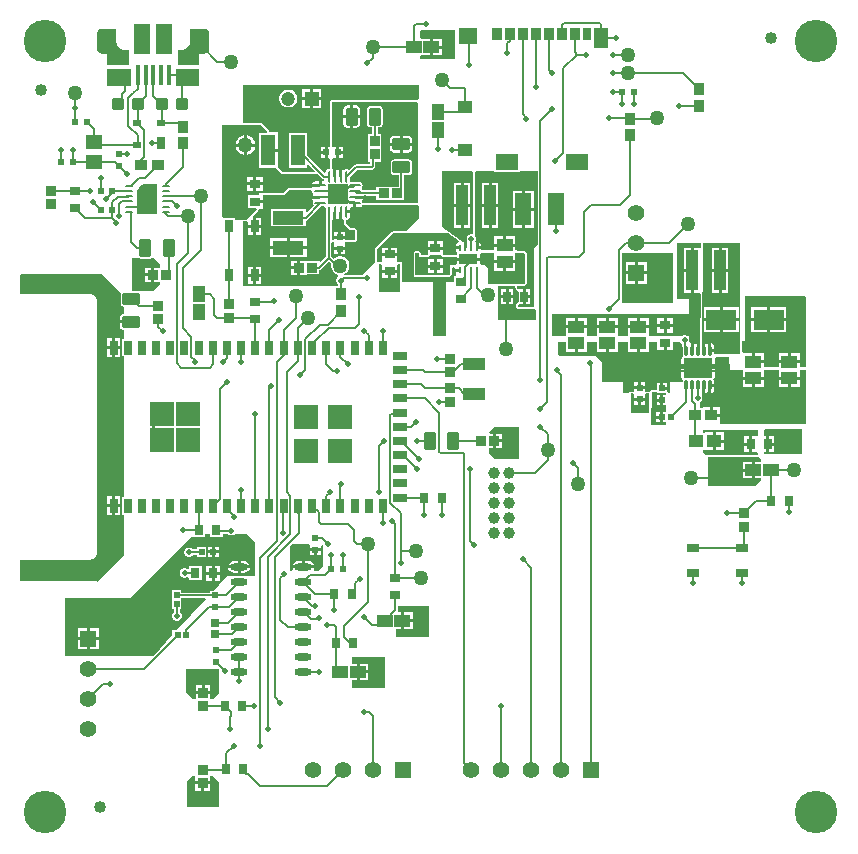
<source format=gtl>
G04*
G04 #@! TF.GenerationSoftware,Altium Limited,Altium Designer,23.2.1 (34)*
G04*
G04 Layer_Physical_Order=1*
G04 Layer_Color=255*
%FSLAX44Y44*%
%MOMM*%
G71*
G04*
G04 #@! TF.SameCoordinates,6C2AB55D-B72B-4B93-AE35-0C838568E6CE*
G04*
G04*
G04 #@! TF.FilePolarity,Positive*
G04*
G01*
G75*
%ADD14C,0.2540*%
%ADD15C,0.1524*%
%ADD17C,0.2032*%
G04:AMPARAMS|DCode=24|XSize=1.01mm|YSize=1.47mm|CornerRadius=0.1263mm|HoleSize=0mm|Usage=FLASHONLY|Rotation=180.000|XOffset=0mm|YOffset=0mm|HoleType=Round|Shape=RoundedRectangle|*
%AMROUNDEDRECTD24*
21,1,1.0100,1.2175,0,0,180.0*
21,1,0.7575,1.4700,0,0,180.0*
1,1,0.2525,-0.3787,0.6088*
1,1,0.2525,0.3787,0.6088*
1,1,0.2525,0.3787,-0.6088*
1,1,0.2525,-0.3787,-0.6088*
%
%ADD24ROUNDEDRECTD24*%
%ADD25R,0.5000X0.5000*%
%ADD26R,1.3562X1.1046*%
%ADD27R,2.6550X1.2037*%
%ADD28R,1.2037X2.6550*%
%ADD29C,1.2700*%
%ADD30R,0.5000X0.5000*%
%ADD31R,0.8121X0.9531*%
%ADD32R,0.9000X0.6500*%
%ADD33R,0.7000X0.6000*%
%ADD34R,0.7000X1.0000*%
%ADD35R,0.4000X1.7500*%
%ADD36R,1.3750X2.5000*%
%ADD37R,1.4562X1.2549*%
%ADD38R,2.5000X1.7000*%
%ADD39R,0.9582X1.0061*%
%ADD40R,0.9000X0.8000*%
%ADD41R,0.8582X0.8061*%
%ADD42R,0.6500X1.0500*%
%ADD43R,1.0121X1.3531*%
%ADD44R,1.0500X0.6500*%
%ADD45R,0.8000X0.9000*%
%ADD46R,1.3531X1.0121*%
%ADD47R,0.6500X0.9000*%
%ADD49R,1.0061X0.9582*%
%ADD50R,1.2061X1.0582*%
%ADD51R,0.5811X0.4725*%
%ADD52R,0.9800X3.4000*%
%ADD53O,1.4500X0.6000*%
%ADD54R,0.7121X0.7811*%
G04:AMPARAMS|DCode=55|XSize=1.01mm|YSize=1.47mm|CornerRadius=0.1263mm|HoleSize=0mm|Usage=FLASHONLY|Rotation=90.000|XOffset=0mm|YOffset=0mm|HoleType=Round|Shape=RoundedRectangle|*
%AMROUNDEDRECTD55*
21,1,1.0100,1.2175,0,0,90.0*
21,1,0.7575,1.4700,0,0,90.0*
1,1,0.2525,0.6088,0.3787*
1,1,0.2525,0.6088,-0.3787*
1,1,0.2525,-0.6088,-0.3787*
1,1,0.2525,-0.6088,0.3787*
%
%ADD55ROUNDEDRECTD55*%
%ADD56R,0.9531X0.8121*%
G04:AMPARAMS|DCode=57|XSize=0.2393mm|YSize=0.966mm|CornerRadius=0.1196mm|HoleSize=0mm|Usage=FLASHONLY|Rotation=90.000|XOffset=0mm|YOffset=0mm|HoleType=Round|Shape=RoundedRectangle|*
%AMROUNDEDRECTD57*
21,1,0.2393,0.7267,0,0,90.0*
21,1,0.0000,0.9660,0,0,90.0*
1,1,0.2393,0.3634,0.0000*
1,1,0.2393,0.3634,0.0000*
1,1,0.2393,-0.3634,0.0000*
1,1,0.2393,-0.3634,0.0000*
%
%ADD57ROUNDEDRECTD57*%
G04:AMPARAMS|DCode=58|XSize=0.966mm|YSize=0.2393mm|CornerRadius=0.1196mm|HoleSize=0mm|Usage=FLASHONLY|Rotation=90.000|XOffset=0mm|YOffset=0mm|HoleType=Round|Shape=RoundedRectangle|*
%AMROUNDEDRECTD58*
21,1,0.9660,0.0000,0,0,90.0*
21,1,0.7267,0.2393,0,0,90.0*
1,1,0.2393,0.0000,0.3634*
1,1,0.2393,0.0000,-0.3634*
1,1,0.2393,0.0000,-0.3634*
1,1,0.2393,0.0000,0.3634*
%
%ADD58ROUNDEDRECTD58*%
%ADD59R,0.2393X0.9660*%
G04:AMPARAMS|DCode=60|XSize=0.25mm|YSize=0.5mm|CornerRadius=0.05mm|HoleSize=0mm|Usage=FLASHONLY|Rotation=180.000|XOffset=0mm|YOffset=0mm|HoleType=Round|Shape=RoundedRectangle|*
%AMROUNDEDRECTD60*
21,1,0.2500,0.4000,0,0,180.0*
21,1,0.1500,0.5000,0,0,180.0*
1,1,0.1000,-0.0750,0.2000*
1,1,0.1000,0.0750,0.2000*
1,1,0.1000,0.0750,-0.2000*
1,1,0.1000,-0.0750,-0.2000*
%
%ADD60ROUNDEDRECTD60*%
G04:AMPARAMS|DCode=61|XSize=1mm|YSize=1.1mm|CornerRadius=0.125mm|HoleSize=0mm|Usage=FLASHONLY|Rotation=90.000|XOffset=0mm|YOffset=0mm|HoleType=Round|Shape=RoundedRectangle|*
%AMROUNDEDRECTD61*
21,1,1.0000,0.8500,0,0,90.0*
21,1,0.7500,1.1000,0,0,90.0*
1,1,0.2500,0.4250,0.3750*
1,1,0.2500,0.4250,-0.3750*
1,1,0.2500,-0.4250,-0.3750*
1,1,0.2500,-0.4250,0.3750*
%
%ADD61ROUNDEDRECTD61*%
%ADD62R,1.9000X1.3500*%
%ADD63R,0.8500X1.1000*%
%ADD64R,0.7500X1.1000*%
%ADD65R,1.1700X1.8000*%
%ADD66R,1.5500X1.3500*%
%ADD67R,1.2000X1.0000*%
%ADD68R,1.4038X2.7550*%
%ADD69R,1.9000X1.1000*%
%ADD70R,0.8500X0.8500*%
%ADD71R,0.4725X0.5811*%
%ADD72R,0.7000X1.2000*%
%ADD73R,1.2000X0.7000*%
%ADD74R,2.0000X2.0000*%
G04:AMPARAMS|DCode=75|XSize=0.65mm|YSize=0.25mm|CornerRadius=0.0625mm|HoleSize=0mm|Usage=FLASHONLY|Rotation=0.000|XOffset=0mm|YOffset=0mm|HoleType=Round|Shape=RoundedRectangle|*
%AMROUNDEDRECTD75*
21,1,0.6500,0.1250,0,0,0.0*
21,1,0.5250,0.2500,0,0,0.0*
1,1,0.1250,0.2625,-0.0625*
1,1,0.1250,-0.2625,-0.0625*
1,1,0.1250,-0.2625,0.0625*
1,1,0.1250,0.2625,0.0625*
%
%ADD75ROUNDEDRECTD75*%
%ADD88R,1.6800X1.6800*%
%AMCUSTOMSHAPE117*
4,1,5,0.8500,-1.2500,-0.8500,-1.2500,-0.8500,0.7400,-0.3400,1.2500,0.8500,1.2500,0.8500,-1.2500,0.0*%
%ADD117CUSTOMSHAPE117*%

G04:AMPARAMS|DCode=118|XSize=0.28mm|YSize=0.85mm|CornerRadius=0.0504mm|HoleSize=0mm|Usage=FLASHONLY|Rotation=180.000|XOffset=0mm|YOffset=0mm|HoleType=Round|Shape=RoundedRectangle|*
%AMROUNDEDRECTD118*
21,1,0.2800,0.7492,0,0,180.0*
21,1,0.1792,0.8500,0,0,180.0*
1,1,0.1008,-0.0896,0.3746*
1,1,0.1008,0.0896,0.3746*
1,1,0.1008,0.0896,-0.3746*
1,1,0.1008,-0.0896,-0.3746*
%
%ADD118ROUNDEDRECTD118*%
G04:AMPARAMS|DCode=119|XSize=1.65mm|YSize=2.4mm|CornerRadius=0.0495mm|HoleSize=0mm|Usage=FLASHONLY|Rotation=90.000|XOffset=0mm|YOffset=0mm|HoleType=Round|Shape=RoundedRectangle|*
%AMROUNDEDRECTD119*
21,1,1.6500,2.3010,0,0,90.0*
21,1,1.5510,2.4000,0,0,90.0*
1,1,0.0990,1.1505,0.7755*
1,1,0.0990,1.1505,-0.7755*
1,1,0.0990,-1.1505,-0.7755*
1,1,0.0990,-1.1505,0.7755*
%
%ADD119ROUNDEDRECTD119*%
G04:AMPARAMS|DCode=120|XSize=0.9mm|YSize=1.6mm|CornerRadius=0.0495mm|HoleSize=0mm|Usage=FLASHONLY|Rotation=90.000|XOffset=0mm|YOffset=0mm|HoleType=Round|Shape=RoundedRectangle|*
%AMROUNDEDRECTD120*
21,1,0.9000,1.5010,0,0,90.0*
21,1,0.8010,1.6000,0,0,90.0*
1,1,0.0990,0.7505,0.4005*
1,1,0.0990,0.7505,-0.4005*
1,1,0.0990,-0.7505,-0.4005*
1,1,0.0990,-0.7505,0.4005*
%
%ADD120ROUNDEDRECTD120*%
%ADD121C,1.0160*%
%ADD122R,0.7000X0.2800*%
%ADD123R,0.7000X0.2800*%
%ADD124R,0.7000X0.2800*%
%ADD125R,0.7000X0.2800*%
%ADD126C,3.6000*%
%ADD127C,1.3980*%
%ADD128R,1.3980X1.3980*%
%ADD129C,1.0058*%
%ADD130O,1.0000X1.4600*%
%ADD131O,1.0000X1.8000*%
%ADD132R,1.3980X1.3980*%
%ADD133R,1.2000X1.2000*%
%ADD134C,1.2000*%
%ADD135C,0.5080*%
%ADD136C,0.5000*%
G36*
X370405Y661427D02*
X341047D01*
Y663371D01*
X341643Y664394D01*
X349170D01*
Y671487D01*
Y678580D01*
X341643D01*
X341047Y679603D01*
Y684916D01*
X342500Y685672D01*
X370405D01*
Y661427D01*
D02*
G37*
G36*
X158692Y686990D02*
X158902Y686980D01*
X159112Y686950D01*
X159312Y686910D01*
X159522Y686860D01*
X159722Y686800D01*
X159912Y686730D01*
X160112Y686650D01*
X160302Y686560D01*
X160482Y686460D01*
X160662Y686350D01*
X160832Y686240D01*
X161002Y686110D01*
X161162Y685970D01*
X161312Y685830D01*
X161452Y685680D01*
X161592Y685520D01*
X161722Y685350D01*
X161832Y685180D01*
X161942Y685000D01*
X162042Y684820D01*
X162132Y684630D01*
X162212Y684430D01*
X162282Y684240D01*
X162342Y684040D01*
X162392Y683830D01*
X162432Y683630D01*
X162462Y683420D01*
X162472Y683210D01*
X162482Y683000D01*
Y670000D01*
X162472Y669790D01*
X162462Y669580D01*
X162432Y669370D01*
X162392Y669170D01*
X162342Y668960D01*
X162282Y668760D01*
X162212Y668570D01*
X162132Y668370D01*
X162042Y668180D01*
X161942Y668000D01*
X161832Y667820D01*
X161722Y667650D01*
X161592Y667480D01*
X161452Y667320D01*
X161312Y667170D01*
X161162Y667030D01*
X161002Y666890D01*
X160832Y666760D01*
X160662Y666650D01*
X160482Y666540D01*
X160302Y666440D01*
X160112Y666350D01*
X159912Y666270D01*
X159722Y666200D01*
X159522Y666140D01*
X159312Y666090D01*
X159112Y666050D01*
X158902Y666020D01*
X158692Y666010D01*
X158482Y666000D01*
X153982D01*
Y656180D01*
X135732D01*
Y669000D01*
X138732D01*
X139122Y669010D01*
X139512Y669040D01*
X139902Y669090D01*
X140292Y669160D01*
X140672Y669260D01*
X141052Y669370D01*
X141422Y669500D01*
X141782Y669650D01*
X142132Y669820D01*
X142482Y670000D01*
X142812Y670210D01*
X143142Y670430D01*
X143452Y670670D01*
X143752Y670930D01*
X144032Y671200D01*
X144302Y671480D01*
X144562Y671780D01*
X144802Y672090D01*
X145022Y672420D01*
X145232Y672750D01*
X145412Y673100D01*
X145582Y673450D01*
X145732Y673810D01*
X145862Y674180D01*
X145972Y674560D01*
X146072Y674940D01*
X146142Y675330D01*
X146192Y675720D01*
X146222Y676110D01*
X146232Y676500D01*
Y687000D01*
X158482D01*
X158692Y686990D01*
D02*
G37*
G36*
X83732Y676500D02*
X83742Y676110D01*
X83772Y675720D01*
X83822Y675330D01*
X83892Y674940D01*
X83992Y674560D01*
X84102Y674180D01*
X84232Y673810D01*
X84382Y673450D01*
X84552Y673100D01*
X84732Y672750D01*
X84942Y672420D01*
X85162Y672090D01*
X85402Y671780D01*
X85662Y671480D01*
X85932Y671200D01*
X86212Y670930D01*
X86512Y670670D01*
X86822Y670430D01*
X87152Y670210D01*
X87482Y670000D01*
X87832Y669820D01*
X88182Y669650D01*
X88542Y669500D01*
X88912Y669370D01*
X89292Y669260D01*
X89672Y669160D01*
X90062Y669090D01*
X90452Y669040D01*
X90842Y669010D01*
X91232Y669000D01*
X94232D01*
Y656180D01*
X75982D01*
Y666000D01*
X71482D01*
X71272Y666010D01*
X71062Y666020D01*
X70852Y666050D01*
X70652Y666090D01*
X70442Y666140D01*
X70242Y666200D01*
X70052Y666270D01*
X69852Y666350D01*
X69662Y666440D01*
X69482Y666540D01*
X69302Y666650D01*
X69132Y666760D01*
X68962Y666890D01*
X68802Y667030D01*
X68652Y667170D01*
X68512Y667320D01*
X68372Y667480D01*
X68242Y667650D01*
X68132Y667820D01*
X68022Y668000D01*
X67922Y668180D01*
X67832Y668370D01*
X67752Y668570D01*
X67682Y668760D01*
X67622Y668960D01*
X67572Y669170D01*
X67532Y669370D01*
X67502Y669580D01*
X67492Y669790D01*
X67482Y670000D01*
Y683000D01*
X67492Y683210D01*
X67502Y683420D01*
X67532Y683630D01*
X67572Y683830D01*
X67622Y684040D01*
X67682Y684240D01*
X67752Y684430D01*
X67832Y684630D01*
X67922Y684820D01*
X68022Y685000D01*
X68132Y685180D01*
X68242Y685350D01*
X68372Y685520D01*
X68512Y685680D01*
X68652Y685830D01*
X68802Y685970D01*
X68962Y686110D01*
X69132Y686240D01*
X69302Y686350D01*
X69482Y686460D01*
X69662Y686560D01*
X69852Y686650D01*
X70052Y686730D01*
X70242Y686800D01*
X70442Y686860D01*
X70652Y686910D01*
X70852Y686950D01*
X71062Y686980D01*
X71272Y686990D01*
X71482Y687000D01*
X83732D01*
Y676500D01*
D02*
G37*
G36*
X153982Y638400D02*
X133982D01*
Y653000D01*
X153982D01*
Y638400D01*
D02*
G37*
G36*
X95982D02*
X75982D01*
Y653000D01*
X95982D01*
Y638400D01*
D02*
G37*
G36*
X339919Y627497D02*
X338649Y626648D01*
X338444Y626733D01*
X266301Y626732D01*
X265153Y626257D01*
X264677Y625109D01*
Y587794D01*
X263974Y586926D01*
X263682Y586757D01*
X262664D01*
Y582225D01*
Y577693D01*
X263682D01*
X263974Y577524D01*
X264677Y576656D01*
Y569178D01*
X264646Y569044D01*
X264259Y568488D01*
X263687Y568080D01*
X263617Y568094D01*
X262565Y567884D01*
X261673Y567289D01*
X261077Y566396D01*
X260945Y565737D01*
X259703Y565183D01*
X245219Y579667D01*
Y598699D01*
X230182D01*
Y569149D01*
X245219D01*
Y571484D01*
X246393Y571970D01*
X251571Y566791D01*
X251085Y565618D01*
X225093D01*
X220414Y570297D01*
X220239Y570370D01*
Y582654D01*
X212188D01*
Y585194D01*
X220239D01*
Y599231D01*
X214310D01*
X213260Y599969D01*
X213104Y600343D01*
X213061Y600747D01*
X212875Y600896D01*
X212784Y601117D01*
X207039Y606862D01*
X205891Y607338D01*
X191716D01*
X190819Y608236D01*
X190866Y639700D01*
X339919D01*
Y627497D01*
D02*
G37*
G36*
X440449Y504792D02*
X437250Y501593D01*
Y451568D01*
X423909D01*
X423601Y452369D01*
X424377Y453536D01*
X427863D01*
Y460068D01*
Y466600D01*
X424498D01*
X423851Y466600D01*
X423228Y467612D01*
Y469456D01*
X428935D01*
X430083Y469932D01*
X431032Y470881D01*
X431508Y472029D01*
Y496470D01*
X431384Y496768D01*
Y497091D01*
X431156Y497319D01*
X431032Y497618D01*
X430734Y497741D01*
X430506Y497970D01*
X429236Y498496D01*
X428913D01*
X428614Y498619D01*
X428316Y498496D01*
X427993D01*
X427884Y498387D01*
X423228D01*
Y499330D01*
X421568D01*
Y502275D01*
X412755D01*
X403942D01*
Y499330D01*
X392877D01*
X392737Y499500D01*
Y500230D01*
X389405D01*
Y501500D01*
X388135D01*
Y506684D01*
X387869Y507220D01*
X388405Y508514D01*
Y510105D01*
X387796Y511575D01*
X387678Y511694D01*
X387270Y565495D01*
X388164Y566396D01*
X403405D01*
Y565945D01*
X425405D01*
Y566396D01*
X440449D01*
Y504792D01*
D02*
G37*
G36*
X339342Y624212D02*
X339342Y539345D01*
X292342Y539345D01*
X292230Y539481D01*
X292021Y540533D01*
X291913Y540695D01*
X291808Y542153D01*
X292515Y543210D01*
X285847D01*
Y545750D01*
X293683D01*
X293789Y545879D01*
X295112D01*
X295523Y545605D01*
X296406Y545429D01*
X303719D01*
Y542175D01*
X327281D01*
Y551475D01*
X327335Y551749D01*
Y563075D01*
X331117D01*
X332194Y563289D01*
X333108Y563900D01*
X333719Y564814D01*
X333933Y565891D01*
Y573466D01*
X333719Y574544D01*
X333108Y575458D01*
X332194Y576069D01*
X331117Y576283D01*
X318942D01*
X317864Y576069D01*
X316950Y575458D01*
X316339Y574544D01*
X316125Y573466D01*
Y565891D01*
X316339Y564814D01*
X316950Y563900D01*
X317864Y563289D01*
X318942Y563075D01*
X322723D01*
Y553296D01*
X303719D01*
Y550042D01*
X297249D01*
X296838Y550316D01*
X295956Y550492D01*
X292029D01*
X292021Y550533D01*
X291425Y551425D01*
Y552536D01*
X292021Y553428D01*
X292230Y554480D01*
X292021Y555532D01*
X291425Y556424D01*
X290533Y557020D01*
X289481Y557230D01*
X282493D01*
X281850Y557713D01*
X281366Y558356D01*
Y561198D01*
X287658Y567491D01*
X299857D01*
X300740Y567666D01*
X301488Y568166D01*
X302381Y569059D01*
X302881Y569807D01*
X303056Y570690D01*
Y574444D01*
X308213D01*
Y585474D01*
Y598005D01*
X305218D01*
Y603765D01*
X306440D01*
X307518Y603979D01*
X308431Y604590D01*
X309042Y605504D01*
X309256Y606582D01*
Y618757D01*
X309042Y619835D01*
X308431Y620748D01*
X307518Y621359D01*
X306440Y621573D01*
X298865D01*
X297787Y621359D01*
X296873Y620748D01*
X296263Y619835D01*
X296048Y618757D01*
Y606582D01*
X296263Y605504D01*
X296873Y604590D01*
X297787Y603979D01*
X298865Y603765D01*
X300087D01*
Y598005D01*
X297092D01*
Y585474D01*
Y574444D01*
X298444D01*
Y572103D01*
X286703D01*
X285821Y571928D01*
X285072Y571428D01*
X280900Y567255D01*
X280561Y567289D01*
X279669Y567884D01*
X278617Y568094D01*
X277565Y567884D01*
X277402Y567776D01*
X275944Y567672D01*
X274887Y568379D01*
Y561711D01*
X272347D01*
Y568379D01*
X271289Y567672D01*
X270944D01*
X269887Y568379D01*
Y561711D01*
X267347D01*
Y568545D01*
X266301Y569090D01*
Y576656D01*
X266863Y577693D01*
X267571Y577693D01*
X270124D01*
Y582225D01*
Y586757D01*
X266863D01*
X266301Y587794D01*
Y625109D01*
X338444Y625109D01*
X339342Y624212D01*
D02*
G37*
G36*
X274887Y525582D02*
X275158Y525764D01*
X276428Y525085D01*
Y521822D01*
X281759Y516491D01*
X285847D01*
Y507990D01*
X285687Y507830D01*
X277371D01*
Y509309D01*
X272839D01*
X268307D01*
Y507830D01*
X266395D01*
Y524807D01*
X267347Y525337D01*
Y532250D01*
X269887D01*
Y525582D01*
X270944Y526289D01*
X271289D01*
X272347Y525582D01*
Y532250D01*
X274887D01*
Y525582D01*
D02*
G37*
G36*
X211636Y599969D02*
X211263Y598699D01*
X204670D01*
Y569149D01*
X219266D01*
X224421Y563994D01*
X254368D01*
X258283Y560080D01*
X259031Y559580D01*
X259692Y559449D01*
X259912Y559106D01*
X259793Y558538D01*
X259076Y557772D01*
X257656D01*
Y554480D01*
X256386D01*
Y553210D01*
X249718D01*
X249846Y553019D01*
X249167Y551749D01*
X229540D01*
X225470Y547679D01*
X204602D01*
Y546177D01*
X195043D01*
Y535177D01*
X202301D01*
X202787Y534004D01*
X194259Y525476D01*
X184136D01*
Y526476D01*
X175342D01*
X173410Y528408D01*
Y605714D01*
X205891D01*
X211636Y599969D01*
D02*
G37*
G36*
X249369Y549531D02*
X249566Y548952D01*
X249712Y548221D01*
X249879Y547971D01*
X250344Y546981D01*
X249879Y545991D01*
X249718Y545750D01*
X256386D01*
Y543210D01*
X249718D01*
X250425Y542153D01*
X250321Y540695D01*
X250213Y540533D01*
X250003Y539481D01*
X250213Y538429D01*
X250809Y537537D01*
X250809Y537531D01*
X245488Y532210D01*
X244315Y532696D01*
Y534604D01*
X214765D01*
Y519567D01*
X244315D01*
Y524585D01*
X244973Y524715D01*
X245805Y525271D01*
X257265Y536731D01*
X260020D01*
X260920Y535616D01*
Y525920D01*
X261310D01*
Y494223D01*
X256820Y489732D01*
X255648Y490218D01*
Y490218D01*
X245149D01*
Y490750D01*
X239621D01*
Y484657D01*
Y478564D01*
X245149D01*
Y479096D01*
X255648D01*
Y482478D01*
X255889Y482526D01*
X256637Y483026D01*
X263617Y490006D01*
X265599Y488023D01*
X265455Y487486D01*
Y485420D01*
X265990Y483423D01*
X267023Y481633D01*
X268485Y480172D01*
X270275Y479138D01*
X271830Y478721D01*
X271918Y477383D01*
X271579Y477243D01*
X270442Y476106D01*
X269827Y474621D01*
Y473014D01*
X270442Y471529D01*
X271561Y470411D01*
Y468844D01*
X191508D01*
X190611Y469743D01*
X190692Y523852D01*
X194259D01*
X194334Y523883D01*
X195604Y523035D01*
Y520996D01*
X199616D01*
Y527324D01*
X199261Y528182D01*
X203935Y532856D01*
X204059Y533154D01*
X204287Y533382D01*
X204834Y534249D01*
X205494Y534630D01*
X205549Y534645D01*
X207575D01*
Y539407D01*
X201043D01*
Y541947D01*
X207575D01*
Y546055D01*
X225470D01*
X226618Y546531D01*
X230212Y550126D01*
X248294D01*
X249369Y549531D01*
D02*
G37*
G36*
X287117Y536189D02*
X289481D01*
X290741Y536440D01*
X291808Y537153D01*
X292196Y537733D01*
X292264Y537753D01*
X292342Y537721D01*
X338649Y537721D01*
X339919Y536690D01*
Y526489D01*
X328883Y515454D01*
X317980D01*
X316832Y514978D01*
X303102Y501248D01*
X302626Y500100D01*
Y489811D01*
X302750Y489513D01*
Y489321D01*
X291656Y478226D01*
X277296D01*
X276956Y479496D01*
X278125Y480172D01*
X279587Y481633D01*
X280620Y483423D01*
X281155Y485420D01*
Y487486D01*
X280620Y489483D01*
X279587Y491273D01*
X278125Y492735D01*
X276335Y493768D01*
X274338Y494303D01*
X272271D01*
X270275Y493768D01*
X268485Y492735D01*
X267948Y492198D01*
X265923Y494223D01*
Y505891D01*
X266395Y506206D01*
X267884D01*
X268307Y505111D01*
X268307Y504936D01*
Y501849D01*
X272839D01*
X277371D01*
Y504936D01*
X277371Y505111D01*
X277794Y506206D01*
X285687D01*
X286835Y506682D01*
X286995Y506842D01*
X287471Y507990D01*
Y516491D01*
X286995Y517639D01*
X285847Y518115D01*
X282432D01*
X278052Y522494D01*
Y524142D01*
X278580Y525247D01*
X279225Y525446D01*
X279877Y525575D01*
X280944Y526289D01*
X281658Y527356D01*
X281909Y528616D01*
Y530980D01*
X278617D01*
Y533520D01*
X281909D01*
Y534955D01*
X282153Y535944D01*
X283143Y536189D01*
X284577D01*
Y539481D01*
X287117D01*
Y536189D01*
D02*
G37*
G36*
X385038Y566635D02*
X385660Y565521D01*
X385646Y565489D01*
X385648Y565486D01*
X385646Y565483D01*
X386035Y514234D01*
X384772Y513309D01*
X383610D01*
X382140Y512700D01*
X381014Y511575D01*
X380405Y510105D01*
Y508514D01*
X380941Y507220D01*
X380675Y506684D01*
Y501500D01*
X378135D01*
Y506176D01*
X377115Y506781D01*
X359512Y519345D01*
Y566791D01*
X384806D01*
X385038Y566635D01*
D02*
G37*
G36*
X554943Y454890D02*
X511946D01*
Y497250D01*
X522611D01*
X522798Y497200D01*
X525034D01*
X525221Y497250D01*
X554943D01*
Y454890D01*
D02*
G37*
G36*
X373570Y507317D02*
X373580Y507177D01*
X373232Y505998D01*
X372667Y505885D01*
X371830Y505326D01*
X371270Y504488D01*
X371074Y503500D01*
Y502770D01*
X374405D01*
Y500230D01*
X371074D01*
Y499500D01*
X371270Y498512D01*
X371830Y497675D01*
X372667Y497115D01*
X372696Y497045D01*
X372521Y496783D01*
X372366Y496005D01*
Y495097D01*
X360532D01*
Y499810D01*
X354000D01*
X347468D01*
Y495097D01*
X341589D01*
Y495420D01*
Y496763D01*
D01*
X341114Y497911D01*
X339965Y498387D01*
X337033D01*
X335885Y497911D01*
X335410Y496763D01*
Y478648D01*
X335885Y477500D01*
X337033Y477024D01*
X365541D01*
X366689Y477500D01*
X367588Y478398D01*
X368063Y479546D01*
X368063Y484177D01*
X368961Y485075D01*
X369893D01*
X370927Y484571D01*
X371074Y483901D01*
Y483770D01*
X374405D01*
Y481230D01*
X371074D01*
Y480500D01*
X371270Y479512D01*
X371750Y478793D01*
X371614Y478233D01*
X371267Y477523D01*
X369412D01*
Y472773D01*
X362500D01*
X362500Y426975D01*
X351738Y426975D01*
Y472773D01*
X325985D01*
X325750Y473008D01*
Y489529D01*
X321865D01*
X321670Y490718D01*
X321670Y490799D01*
Y494730D01*
X315138D01*
X308606D01*
Y490799D01*
X308606Y490718D01*
X308410Y489529D01*
X304931D01*
X304250Y489811D01*
Y500100D01*
X317980Y513830D01*
X364444D01*
X373570Y507317D01*
D02*
G37*
G36*
X120604Y487847D02*
Y484714D01*
X116033D01*
Y478621D01*
Y472529D01*
X120604D01*
Y470620D01*
X115089Y465104D01*
X97094D01*
Y492673D01*
X103499D01*
X103563Y492630D01*
X104641Y492416D01*
X112215D01*
X113293Y492630D01*
X113357Y492673D01*
X115779D01*
X120604Y487847D01*
D02*
G37*
G36*
X429884Y496470D02*
Y472029D01*
X428935Y471080D01*
X398444D01*
Y484505D01*
X396250Y486698D01*
X392994D01*
X391982Y487968D01*
X391987Y487995D01*
Y490730D01*
X381905D01*
X371824D01*
Y487995D01*
X371829Y487968D01*
X370816Y486698D01*
X366439D01*
X366440Y479546D01*
X365541Y478648D01*
X337033D01*
Y496763D01*
X339965D01*
Y495097D01*
X340441Y493949D01*
X341589Y493473D01*
X347468D01*
X348616Y493949D01*
X349091Y495097D01*
Y495580D01*
X358908D01*
Y495097D01*
X359384Y493949D01*
X360532Y493473D01*
X371824D01*
Y493270D01*
X381905D01*
X391987D01*
Y496005D01*
X392609Y496763D01*
X403942D01*
Y490799D01*
X412755D01*
X421568D01*
Y496763D01*
X428382D01*
X428614Y496996D01*
X429884Y496470D01*
D02*
G37*
G36*
X324000Y474138D02*
Y463916D01*
X306601D01*
X306000Y464517D01*
Y476428D01*
X306566Y487906D01*
X308253D01*
X308584Y486853D01*
X308606Y486717D01*
Y482770D01*
X315138D01*
X321670D01*
Y486717D01*
X321692Y486853D01*
X322023Y487906D01*
X324000D01*
Y474138D01*
D02*
G37*
G36*
X421604Y467612D02*
X421775Y467200D01*
X421845Y466761D01*
X422468Y465749D01*
X422628Y465634D01*
X422703Y465452D01*
X423114Y465281D01*
X423475Y465020D01*
X424383Y464113D01*
Y456358D01*
X424056Y455127D01*
X423665Y454865D01*
X423229Y454684D01*
X423164Y454529D01*
X423025Y454435D01*
X422249Y453268D01*
X422222Y453128D01*
X422118Y453030D01*
X422105Y452535D01*
X422010Y452049D01*
X422089Y451931D01*
X422085Y451788D01*
X422393Y450987D01*
X422629Y450737D01*
X422760Y450420D01*
X423040Y450304D01*
X423248Y450085D01*
X423591Y450076D01*
X423909Y449944D01*
X437250D01*
X437485Y450042D01*
X438755Y449193D01*
Y440282D01*
X407187D01*
Y469456D01*
X421604D01*
Y467612D01*
D02*
G37*
G36*
X561456Y421207D02*
X562574Y420088D01*
Y418753D01*
X562750Y417870D01*
X563250Y417122D01*
X563323Y417049D01*
Y410775D01*
X563479Y409994D01*
X563609Y409799D01*
X562935Y409349D01*
X562377Y408513D01*
X562181Y407527D01*
Y401042D01*
X576262D01*
X590344D01*
Y407527D01*
X590310Y407695D01*
X591256Y408965D01*
X602661D01*
X603237Y398195D01*
X614152D01*
Y392457D01*
X622965D01*
X631778D01*
Y398195D01*
X644819D01*
Y392457D01*
X653632D01*
X662445D01*
Y398195D01*
X667632D01*
Y352629D01*
X595602D01*
X594526Y353097D01*
X594526Y353899D01*
Y358651D01*
X587464D01*
Y359921D01*
X586194D01*
Y366744D01*
X580402D01*
X579352Y366212D01*
X578745D01*
X577847Y367110D01*
Y371137D01*
X578219Y371291D01*
X579356Y372428D01*
X579971Y373913D01*
Y375520D01*
X579356Y377005D01*
X579353Y377007D01*
X579430Y377657D01*
X579992Y378278D01*
Y385022D01*
X582532D01*
Y378765D01*
X583147Y378887D01*
X583762Y379298D01*
X584377Y378887D01*
X584992Y378765D01*
Y385022D01*
X586262D01*
Y386292D01*
X589744D01*
Y388768D01*
X589547Y389757D01*
X589358Y390040D01*
X589589Y390195D01*
X590148Y391031D01*
X590344Y392017D01*
Y398502D01*
X576262D01*
X562181D01*
Y392017D01*
X562377Y391031D01*
X562935Y390195D01*
X563609Y389745D01*
X563479Y389550D01*
X563323Y388768D01*
Y388272D01*
X552426D01*
Y378195D01*
X550950D01*
Y378567D01*
X550475Y379715D01*
X550278Y379797D01*
Y381297D01*
X545746D01*
Y382567D01*
X544476D01*
Y387099D01*
X541214D01*
Y381395D01*
X537202D01*
X536641Y381163D01*
X536077Y380942D01*
X536070Y380926D01*
X536054Y380920D01*
X536054Y380920D01*
X535822Y380359D01*
X535579Y379803D01*
X535336Y379644D01*
X534916Y379818D01*
X532494D01*
X531690Y380390D01*
X531418Y380777D01*
Y381925D01*
X526886D01*
X522354D01*
Y380777D01*
X522081Y380390D01*
X521277Y379818D01*
X519366D01*
X518218Y379343D01*
X517742Y378195D01*
X512673D01*
Y388272D01*
X495355D01*
Y404413D01*
X489775Y409994D01*
X458714D01*
X457551Y411195D01*
X457915Y421479D01*
X458233Y421604D01*
X464253D01*
Y412937D01*
X471796D01*
Y420492D01*
X474336D01*
Y412937D01*
X481879D01*
Y421604D01*
X490771D01*
Y412937D01*
X498314D01*
Y420492D01*
X500854D01*
Y412937D01*
X508397D01*
Y421604D01*
X516803D01*
Y412937D01*
X524346D01*
Y420492D01*
X526886D01*
Y412937D01*
X534429D01*
Y421604D01*
X541879D01*
Y414739D01*
X547141D01*
Y420771D01*
X549681D01*
Y414739D01*
X554943D01*
Y421604D01*
X561291D01*
X561456Y421207D01*
D02*
G37*
G36*
X578628Y502578D02*
X578324Y501434D01*
X577358Y501434D01*
X572662D01*
Y482402D01*
Y463370D01*
X577223D01*
X578473Y462161D01*
X577790Y422022D01*
X577532Y421545D01*
Y414521D01*
X574992D01*
Y420779D01*
X574377Y420656D01*
X573762Y420246D01*
X573147Y420656D01*
X572532Y420779D01*
Y414521D01*
X569992D01*
Y420898D01*
X568852Y421717D01*
Y422525D01*
X568921Y422692D01*
Y424299D01*
X568852Y424466D01*
Y426975D01*
X567037D01*
X565684Y427535D01*
X564077D01*
X562725Y426975D01*
X534429D01*
Y433238D01*
X525616D01*
X516803D01*
Y426975D01*
X508397D01*
Y433238D01*
X499584D01*
X490771D01*
Y426975D01*
X481879D01*
Y433238D01*
X473066D01*
X464253D01*
Y426975D01*
X452725D01*
Y445552D01*
X568852D01*
Y457789D01*
X568216Y458425D01*
X558809D01*
Y505690D01*
X578628D01*
Y502578D01*
D02*
G37*
G36*
X611964Y411606D02*
X589744D01*
Y413251D01*
X586262D01*
Y414521D01*
X584992D01*
Y420779D01*
X584377Y420656D01*
X583762Y420246D01*
X583147Y420656D01*
X582532Y420779D01*
Y414521D01*
X579992D01*
Y421255D01*
X579407Y421604D01*
X580834Y505481D01*
X611964D01*
Y411606D01*
D02*
G37*
G36*
X667632Y460179D02*
Y404452D01*
Y400970D01*
X662445D01*
Y403932D01*
X653632D01*
X644819D01*
Y400970D01*
X631778D01*
Y403932D01*
X622965D01*
Y405202D01*
X621695D01*
Y412758D01*
X614152D01*
X613587Y413794D01*
Y422242D01*
X616085D01*
Y460962D01*
X666733Y461076D01*
X667632Y460179D01*
D02*
G37*
G36*
X534916Y361862D02*
X519366D01*
Y378195D01*
X521278D01*
X522354Y377727D01*
X522354Y376925D01*
Y374465D01*
X526886D01*
X531418D01*
Y377727D01*
X532494Y378195D01*
X534916D01*
Y361862D01*
D02*
G37*
G36*
X541746Y378567D02*
X549327D01*
Y377099D01*
X547016D01*
Y372567D01*
Y368035D01*
X549327D01*
Y362467D01*
X546941D01*
Y358073D01*
Y353679D01*
X549327D01*
Y351596D01*
X549134Y351516D01*
X537557D01*
X536668Y352422D01*
X537202Y379772D01*
X537202Y379772D01*
X541746D01*
Y378567D01*
D02*
G37*
G36*
X626911Y342694D02*
X625997Y341834D01*
X625640Y341834D01*
X621985D01*
Y335302D01*
Y328770D01*
X625640D01*
X625997Y328770D01*
X626911Y327910D01*
Y325862D01*
X583100D01*
X580391Y328571D01*
Y330113D01*
X581661Y330794D01*
X582165Y330539D01*
X582786Y330539D01*
X588957D01*
Y337862D01*
Y345185D01*
X582165Y345185D01*
X581661Y344930D01*
X580391Y345611D01*
Y347153D01*
X626911D01*
Y342694D01*
D02*
G37*
G36*
X664161Y327448D02*
X663054Y326758D01*
X663011Y326802D01*
X631911D01*
Y328770D01*
X633945D01*
Y335302D01*
Y341834D01*
X631911D01*
Y347153D01*
X632910Y348153D01*
X664161D01*
Y327448D01*
D02*
G37*
G36*
X425049Y322613D02*
X403761D01*
X398936Y327438D01*
Y331868D01*
X402498D01*
Y337961D01*
Y344053D01*
X400120D01*
X399593Y345323D01*
X404451Y350181D01*
X425049D01*
Y322613D01*
D02*
G37*
G36*
X629999Y322315D02*
Y320449D01*
X624287D01*
Y313356D01*
Y306263D01*
X629772D01*
X629905Y304993D01*
X624484Y299572D01*
X584377D01*
Y324238D01*
X626911D01*
X627735Y324580D01*
X629999Y322315D01*
D02*
G37*
G36*
X186810Y259140D02*
X194093D01*
X201592Y252334D01*
Y223459D01*
X177471D01*
X176102Y221976D01*
X176102Y221976D01*
Y221976D01*
X166247Y211300D01*
X163000D01*
Y209607D01*
X153489D01*
X153434Y209618D01*
X138862D01*
Y211716D01*
X131138D01*
Y202906D01*
Y195595D01*
X132694D01*
Y193157D01*
X132657Y193142D01*
X131520Y192006D01*
X130905Y190521D01*
Y188913D01*
X131520Y187428D01*
X132657Y186292D01*
X134142Y185677D01*
X135749D01*
X137234Y186292D01*
X138370Y187428D01*
X138985Y188913D01*
Y190521D01*
X138370Y192006D01*
X137306Y193069D01*
Y195595D01*
X138862D01*
Y205005D01*
X153390D01*
X153445Y204994D01*
X158842D01*
X159352Y203831D01*
X135140Y177602D01*
X131314D01*
Y173458D01*
X120963Y162244D01*
X114639Y155920D01*
X40000D01*
X40000Y205303D01*
X95989D01*
X146971Y256285D01*
X148000Y256858D01*
Y256858D01*
X148000Y256858D01*
X159000D01*
Y259140D01*
X163000D01*
Y256858D01*
X174000D01*
Y259140D01*
X178450D01*
X178450Y259140D01*
X178921Y258669D01*
X180406Y258054D01*
X182013D01*
X183498Y258669D01*
X183969Y259140D01*
X183969Y259140D01*
X186810D01*
X186810Y259140D01*
D02*
G37*
G36*
X6293Y479526D02*
X71915D01*
X87966Y463475D01*
X87780Y463196D01*
X87566Y462118D01*
Y454543D01*
X87780Y453465D01*
X88391Y452551D01*
X89304Y451941D01*
X90246Y451754D01*
Y445850D01*
X89097Y445621D01*
X88007Y444893D01*
X87279Y443803D01*
X87023Y442518D01*
Y440000D01*
X96470D01*
Y437460D01*
X87023D01*
Y434943D01*
X87279Y433657D01*
X88007Y432568D01*
X89097Y431839D01*
X90246Y431611D01*
Y424500D01*
X88445D01*
Y409500D01*
X90246D01*
Y290500D01*
X88445D01*
Y275500D01*
X90246D01*
Y241157D01*
X67995Y218906D01*
X67151Y219750D01*
X2590D01*
Y237410D01*
X61000D01*
X61142Y237439D01*
X61287Y237426D01*
X62178Y237525D01*
X62455Y237614D01*
X62744Y237654D01*
X63590Y237950D01*
X63841Y238097D01*
X64113Y238201D01*
X64872Y238678D01*
X65084Y238878D01*
X65327Y239040D01*
X65960Y239673D01*
X66122Y239916D01*
X66322Y240128D01*
X66799Y240886D01*
X66903Y241159D01*
X67050Y241410D01*
X67346Y242256D01*
X67386Y242544D01*
X67474Y242822D01*
X67574Y243713D01*
X67561Y243857D01*
X67590Y244000D01*
X67590Y456000D01*
X67561Y456142D01*
X67574Y456287D01*
X67474Y457177D01*
X67386Y457455D01*
X67346Y457744D01*
X67050Y458590D01*
X66902Y458841D01*
X66799Y459113D01*
X66322Y459872D01*
X66122Y460084D01*
X65960Y460326D01*
X65327Y460960D01*
X65084Y461122D01*
X64872Y461322D01*
X64114Y461798D01*
X63841Y461902D01*
X63590Y462050D01*
X62744Y462346D01*
X62455Y462386D01*
X62177Y462474D01*
X61287Y462574D01*
X61142Y462561D01*
X61000Y462589D01*
X2590D01*
Y478631D01*
X3488Y479529D01*
X6293Y479526D01*
D02*
G37*
G36*
X246543Y250778D02*
X247603Y250269D01*
X247603Y249497D01*
Y247007D01*
X252135D01*
X256667D01*
Y249354D01*
X257569Y250290D01*
X257985Y250282D01*
X258808Y250057D01*
X258885Y249872D01*
X258885Y232323D01*
X254844Y228281D01*
X251721D01*
X251366Y228945D01*
X251163Y229552D01*
X251268Y230080D01*
X242140D01*
X233012D01*
X233117Y229552D01*
X232914Y228945D01*
X232559Y228281D01*
X230890D01*
Y249108D01*
X232704Y250922D01*
X246543Y250778D01*
D02*
G37*
G36*
X348263Y172255D02*
X320695D01*
Y178624D01*
X324657D01*
Y185717D01*
Y192810D01*
X322799D01*
X322565Y193002D01*
X321904Y194080D01*
X321988Y194502D01*
Y198368D01*
X348263D01*
Y172255D01*
D02*
G37*
G36*
X310897Y128988D02*
X283328D01*
Y135357D01*
X287206D01*
Y142450D01*
Y149543D01*
X283328D01*
Y155101D01*
X310897D01*
Y128988D01*
D02*
G37*
G36*
X170532Y123925D02*
X165707Y119099D01*
X163300D01*
Y123344D01*
X157207D01*
X151115D01*
Y119099D01*
X148479D01*
X142964Y124615D01*
Y145212D01*
X170532D01*
Y123925D01*
D02*
G37*
G36*
X170905Y48735D02*
Y28137D01*
X143337D01*
Y49425D01*
X148162Y54250D01*
X150683D01*
Y50005D01*
X156776D01*
X162868D01*
Y54250D01*
X165389D01*
X170905Y48735D01*
D02*
G37*
%LPC*%
G36*
X351710Y678580D02*
Y672757D01*
X359238D01*
Y678580D01*
X351710D01*
D02*
G37*
G36*
X359238Y670217D02*
X351710D01*
Y664394D01*
X359238D01*
Y670217D01*
D02*
G37*
G36*
X257414Y635918D02*
X250652D01*
Y629156D01*
X257414D01*
Y635918D01*
D02*
G37*
G36*
X248112D02*
X241350D01*
Y629156D01*
X248112D01*
Y635918D01*
D02*
G37*
G36*
X230369Y635386D02*
X228395D01*
X226487Y634875D01*
X224777Y633888D01*
X223381Y632491D01*
X222393Y630781D01*
X221882Y628874D01*
Y626899D01*
X222393Y624991D01*
X223381Y623281D01*
X224777Y621885D01*
X226487Y620897D01*
X228395Y620386D01*
X230369D01*
X232277Y620897D01*
X233987Y621885D01*
X235384Y623281D01*
X236371Y624991D01*
X236882Y626899D01*
Y628874D01*
X236371Y630781D01*
X235384Y632491D01*
X233987Y633888D01*
X232277Y634875D01*
X230369Y635386D01*
D02*
G37*
G36*
X257414Y626616D02*
X250652D01*
Y619854D01*
X257414D01*
Y626616D01*
D02*
G37*
G36*
X248112D02*
X241350D01*
Y619854D01*
X248112D01*
Y626616D01*
D02*
G37*
G36*
X260124Y586757D02*
X256863D01*
Y583495D01*
X260124D01*
Y586757D01*
D02*
G37*
G36*
Y580955D02*
X256863D01*
Y577693D01*
X260124D01*
Y580955D01*
D02*
G37*
G36*
X407187Y556524D02*
X401525D01*
Y538761D01*
X407187D01*
Y556524D01*
D02*
G37*
G36*
X398985D02*
X393323D01*
Y538761D01*
X398985D01*
Y556524D01*
D02*
G37*
G36*
X437545Y549767D02*
X429764D01*
Y535230D01*
X437545D01*
Y549767D01*
D02*
G37*
G36*
X427224D02*
X419443D01*
Y535230D01*
X427224D01*
Y549767D01*
D02*
G37*
G36*
X407187Y536222D02*
X401525D01*
Y518460D01*
X407187D01*
Y536222D01*
D02*
G37*
G36*
X398985D02*
X393323D01*
Y518460D01*
X398985D01*
Y536222D01*
D02*
G37*
G36*
X437545Y532691D02*
X429764D01*
Y518154D01*
X437545D01*
Y532691D01*
D02*
G37*
G36*
X427224D02*
X419443D01*
Y518154D01*
X427224D01*
Y532691D01*
D02*
G37*
G36*
X421568Y511100D02*
X414025D01*
Y504815D01*
X421568D01*
Y511100D01*
D02*
G37*
G36*
X411485D02*
X403942D01*
Y504815D01*
X411485D01*
Y511100D01*
D02*
G37*
G36*
X390675Y505978D02*
Y502770D01*
X392737D01*
Y503500D01*
X392540Y504488D01*
X391981Y505326D01*
X391143Y505885D01*
X390675Y505978D01*
D02*
G37*
G36*
X430403Y466600D02*
Y461338D01*
X434415D01*
Y466600D01*
X430403D01*
D02*
G37*
G36*
X434415Y458798D02*
X430403D01*
Y453536D01*
X434415D01*
Y458798D01*
D02*
G37*
G36*
X286840Y622116D02*
X284322D01*
Y613939D01*
X290199D01*
Y618757D01*
X289943Y620042D01*
X289215Y621132D01*
X288125Y621860D01*
X286840Y622116D01*
D02*
G37*
G36*
X281782D02*
X279265D01*
X277979Y621860D01*
X276889Y621132D01*
X276161Y620042D01*
X275906Y618757D01*
Y613939D01*
X281782D01*
Y622116D01*
D02*
G37*
G36*
X290199Y611399D02*
X284322D01*
Y603223D01*
X286840D01*
X288125Y603478D01*
X289215Y604206D01*
X289943Y605296D01*
X290199Y606582D01*
Y611399D01*
D02*
G37*
G36*
X281782D02*
X275906D01*
Y606582D01*
X276161Y605296D01*
X276889Y604206D01*
X277979Y603478D01*
X279265Y603223D01*
X281782D01*
Y611399D01*
D02*
G37*
G36*
X331117Y596426D02*
X326299D01*
Y590549D01*
X334476D01*
Y593067D01*
X334220Y594352D01*
X333492Y595442D01*
X332402Y596170D01*
X331117Y596426D01*
D02*
G37*
G36*
X323759D02*
X318942D01*
X317656Y596170D01*
X316566Y595442D01*
X315838Y594352D01*
X315583Y593067D01*
Y590549D01*
X323759D01*
Y596426D01*
D02*
G37*
G36*
X272664Y586757D02*
Y583495D01*
X275926D01*
Y586757D01*
X272664D01*
D02*
G37*
G36*
X334476Y588009D02*
X326299D01*
Y582133D01*
X331117D01*
X332402Y582388D01*
X333492Y583116D01*
X334220Y584206D01*
X334476Y585492D01*
Y588009D01*
D02*
G37*
G36*
X323759D02*
X315583D01*
Y585492D01*
X315838Y584206D01*
X316566Y583116D01*
X317656Y582388D01*
X318942Y582133D01*
X323759D01*
Y588009D01*
D02*
G37*
G36*
X275926Y580955D02*
X272664D01*
Y577693D01*
X275926D01*
Y580955D01*
D02*
G37*
G36*
X277371Y515111D02*
X274109D01*
Y511849D01*
X277371D01*
Y515111D01*
D02*
G37*
G36*
X271569D02*
X268307D01*
Y511849D01*
X271569D01*
Y515111D01*
D02*
G37*
G36*
X194362Y596843D02*
Y589775D01*
X201430D01*
X200903Y591741D01*
X199799Y593652D01*
X198239Y595213D01*
X196327Y596316D01*
X194362Y596843D01*
D02*
G37*
G36*
X191822D02*
X189857Y596316D01*
X187945Y595213D01*
X186385Y593652D01*
X185281Y591741D01*
X184755Y589775D01*
X191822D01*
Y596843D01*
D02*
G37*
G36*
X201430Y587235D02*
X194362D01*
Y580168D01*
X196327Y580695D01*
X198239Y581798D01*
X199799Y583359D01*
X200903Y585270D01*
X201430Y587235D01*
D02*
G37*
G36*
X191822D02*
X184755D01*
X185281Y585270D01*
X186385Y583359D01*
X187945Y581798D01*
X189857Y580695D01*
X191822Y580168D01*
Y587235D01*
D02*
G37*
G36*
X207575Y561709D02*
X202313D01*
Y556947D01*
X207575D01*
Y561709D01*
D02*
G37*
G36*
X199773D02*
X194511D01*
Y556947D01*
X199773D01*
Y561709D01*
D02*
G37*
G36*
X255116Y557772D02*
X252753D01*
X251493Y557522D01*
X250425Y556808D01*
X249718Y555750D01*
X255116D01*
Y557772D01*
D02*
G37*
G36*
X207575Y554407D02*
X202313D01*
Y549645D01*
X207575D01*
Y554407D01*
D02*
G37*
G36*
X199773D02*
X194511D01*
Y549645D01*
X199773D01*
Y554407D01*
D02*
G37*
G36*
X206168Y527008D02*
X202156D01*
Y520996D01*
X206168D01*
Y527008D01*
D02*
G37*
G36*
Y518456D02*
X202156D01*
Y512444D01*
X206168D01*
Y518456D01*
D02*
G37*
G36*
X199616D02*
X195604D01*
Y512444D01*
X199616D01*
Y518456D01*
D02*
G37*
G36*
X244847Y509624D02*
X230810D01*
Y502843D01*
X244847D01*
Y509624D01*
D02*
G37*
G36*
X228270D02*
X214233D01*
Y502843D01*
X228270D01*
Y509624D01*
D02*
G37*
G36*
X244847Y500303D02*
X230810D01*
Y493522D01*
X244847D01*
Y500303D01*
D02*
G37*
G36*
X228270D02*
X214233D01*
Y493522D01*
X228270D01*
Y500303D01*
D02*
G37*
G36*
X237081Y490750D02*
X231554D01*
Y485927D01*
X237081D01*
Y490750D01*
D02*
G37*
G36*
X206168Y485508D02*
X202156D01*
Y479496D01*
X206168D01*
Y485508D01*
D02*
G37*
G36*
X199616D02*
X195604D01*
Y479496D01*
X199616D01*
Y485508D01*
D02*
G37*
G36*
X237081Y483387D02*
X231554D01*
Y478564D01*
X237081D01*
Y483387D01*
D02*
G37*
G36*
X206168Y476956D02*
X202156D01*
Y470944D01*
X206168D01*
Y476956D01*
D02*
G37*
G36*
X199616D02*
X195604D01*
Y470944D01*
X199616D01*
Y476956D01*
D02*
G37*
G36*
X277371Y499309D02*
X274109D01*
Y496047D01*
X277371D01*
Y499309D01*
D02*
G37*
G36*
X271569D02*
X268307D01*
Y496047D01*
X271569D01*
Y499309D01*
D02*
G37*
G36*
X383487Y556524D02*
X377825D01*
Y538761D01*
X383487D01*
Y556524D01*
D02*
G37*
G36*
X375285D02*
X369623D01*
Y538761D01*
X375285D01*
Y556524D01*
D02*
G37*
G36*
X383487Y536222D02*
X377825D01*
Y518460D01*
X383487D01*
Y536222D01*
D02*
G37*
G36*
X375285D02*
X369623D01*
Y518460D01*
X375285D01*
Y536222D01*
D02*
G37*
G36*
X532938Y489312D02*
X525186D01*
Y481560D01*
X532938D01*
Y489312D01*
D02*
G37*
G36*
X522646D02*
X514894D01*
Y481560D01*
X522646D01*
Y489312D01*
D02*
G37*
G36*
X532938Y479020D02*
X525186D01*
Y471268D01*
X532938D01*
Y479020D01*
D02*
G37*
G36*
X522646D02*
X514894D01*
Y471268D01*
X522646D01*
Y479020D01*
D02*
G37*
G36*
X360532Y507112D02*
X355270D01*
Y502350D01*
X360532D01*
Y507112D01*
D02*
G37*
G36*
X352730D02*
X347468D01*
Y502350D01*
X352730D01*
Y507112D01*
D02*
G37*
G36*
X321670Y501282D02*
X316408D01*
Y497270D01*
X321670D01*
Y501282D01*
D02*
G37*
G36*
X313868D02*
X308606D01*
Y497270D01*
X313868D01*
Y501282D01*
D02*
G37*
G36*
X113493Y484714D02*
X107965D01*
Y479891D01*
X113493D01*
Y484714D01*
D02*
G37*
G36*
Y477351D02*
X107965D01*
Y472529D01*
X113493D01*
Y477351D01*
D02*
G37*
G36*
X360532Y492112D02*
X355270D01*
Y487350D01*
X360532D01*
Y492112D01*
D02*
G37*
G36*
X352730D02*
X347468D01*
Y487350D01*
X352730D01*
Y492112D01*
D02*
G37*
G36*
X421568Y488259D02*
X414025D01*
Y481974D01*
X421568D01*
Y488259D01*
D02*
G37*
G36*
X411485D02*
X403942D01*
Y481974D01*
X411485D01*
Y488259D01*
D02*
G37*
G36*
X360532Y484810D02*
X355270D01*
Y480048D01*
X360532D01*
Y484810D01*
D02*
G37*
G36*
X352730D02*
X347468D01*
Y480048D01*
X352730D01*
Y484810D01*
D02*
G37*
G36*
X321670Y480230D02*
X316408D01*
Y476218D01*
X321670D01*
Y480230D01*
D02*
G37*
G36*
X313868D02*
X308606D01*
Y476218D01*
X313868D01*
Y480230D01*
D02*
G37*
G36*
X419915Y466600D02*
X415903D01*
Y461338D01*
X419915D01*
Y466600D01*
D02*
G37*
G36*
X413363D02*
X409351D01*
Y461338D01*
X413363D01*
Y466600D01*
D02*
G37*
G36*
X419915Y458798D02*
X415903D01*
Y453536D01*
X419915D01*
Y458798D01*
D02*
G37*
G36*
X413363D02*
X409351D01*
Y453536D01*
X413363D01*
Y458798D01*
D02*
G37*
G36*
X531418Y387727D02*
X528156D01*
Y384465D01*
X531418D01*
Y387727D01*
D02*
G37*
G36*
X525616D02*
X522354D01*
Y384465D01*
X525616D01*
Y387727D01*
D02*
G37*
G36*
X550278Y387099D02*
X547016D01*
Y383837D01*
X550278D01*
Y387099D01*
D02*
G37*
G36*
X662445Y389917D02*
X654902D01*
Y383632D01*
X662445D01*
Y389917D01*
D02*
G37*
G36*
X652362D02*
X644819D01*
Y383632D01*
X652362D01*
Y389917D01*
D02*
G37*
G36*
X631778D02*
X624235D01*
Y383632D01*
X631778D01*
Y389917D01*
D02*
G37*
G36*
X621695D02*
X614152D01*
Y383632D01*
X621695D01*
Y389917D01*
D02*
G37*
G36*
X589744Y383752D02*
X587532D01*
Y378765D01*
X588148Y378887D01*
X588987Y379448D01*
X589547Y380286D01*
X589744Y381276D01*
Y383752D01*
D02*
G37*
G36*
X588734Y366744D02*
Y361191D01*
X594526D01*
Y366744D01*
X588734D01*
D02*
G37*
G36*
X570122Y501434D02*
X564460D01*
Y483672D01*
X570122D01*
Y501434D01*
D02*
G37*
G36*
Y481132D02*
X564460D01*
Y463370D01*
X570122D01*
Y481132D01*
D02*
G37*
G36*
X554943Y441803D02*
X549681D01*
Y437041D01*
X554943D01*
Y441803D01*
D02*
G37*
G36*
X547141D02*
X541879D01*
Y437041D01*
X547141D01*
Y441803D01*
D02*
G37*
G36*
X508397Y442063D02*
X500854D01*
Y435778D01*
X508397D01*
Y442063D01*
D02*
G37*
G36*
X498314D02*
X490771D01*
Y435778D01*
X498314D01*
Y442063D01*
D02*
G37*
G36*
X534429Y442063D02*
X526886D01*
Y435778D01*
X534429D01*
Y442063D01*
D02*
G37*
G36*
X481879D02*
X474336D01*
Y435778D01*
X481879D01*
Y442063D01*
D02*
G37*
G36*
X524346D02*
X516803D01*
Y435778D01*
X524346D01*
Y442063D01*
D02*
G37*
G36*
X471796D02*
X464253D01*
Y435778D01*
X471796D01*
Y442063D01*
D02*
G37*
G36*
X554943Y434501D02*
X549681D01*
Y429739D01*
X554943D01*
Y434501D01*
D02*
G37*
G36*
X547141D02*
X541879D01*
Y429739D01*
X547141D01*
Y434501D01*
D02*
G37*
G36*
X602024Y501434D02*
X596362D01*
Y483672D01*
X602024D01*
Y501434D01*
D02*
G37*
G36*
X593822D02*
X588160D01*
Y483672D01*
X593822D01*
Y501434D01*
D02*
G37*
G36*
X602024Y481132D02*
X596362D01*
Y463370D01*
X602024D01*
Y481132D01*
D02*
G37*
G36*
X593822D02*
X588160D01*
Y463370D01*
X593822D01*
Y481132D01*
D02*
G37*
G36*
X610617Y451053D02*
X597355D01*
Y441791D01*
X610617D01*
Y451053D01*
D02*
G37*
G36*
X594815D02*
X581553D01*
Y441791D01*
X594815D01*
Y451053D01*
D02*
G37*
G36*
X610617Y439251D02*
X597355D01*
Y429989D01*
X610617D01*
Y439251D01*
D02*
G37*
G36*
X594815D02*
X581553D01*
Y429989D01*
X594815D01*
Y439251D01*
D02*
G37*
G36*
X587532Y420779D02*
Y415792D01*
X589744D01*
Y418268D01*
X589547Y419257D01*
X588987Y420096D01*
X588148Y420656D01*
X587532Y420779D01*
D02*
G37*
G36*
X650617Y451053D02*
X637355D01*
Y441791D01*
X650617D01*
Y451053D01*
D02*
G37*
G36*
X634815D02*
X621553D01*
Y441791D01*
X634815D01*
Y451053D01*
D02*
G37*
G36*
X650617Y439251D02*
X637355D01*
Y429989D01*
X650617D01*
Y439251D01*
D02*
G37*
G36*
X634815D02*
X621553D01*
Y429989D01*
X634815D01*
Y439251D01*
D02*
G37*
G36*
X662445Y412758D02*
X654902D01*
Y406473D01*
X662445D01*
Y412758D01*
D02*
G37*
G36*
X624235D02*
Y406473D01*
X631778D01*
Y412758D01*
X624235D01*
D02*
G37*
G36*
X652362D02*
X644819D01*
Y406473D01*
X652362D01*
Y412758D01*
D02*
G37*
G36*
X531418Y371925D02*
X528156D01*
Y368663D01*
X531418D01*
Y371925D01*
D02*
G37*
G36*
X525616D02*
X522354D01*
Y368663D01*
X525616D01*
Y371925D01*
D02*
G37*
G36*
X544476Y377099D02*
X541214D01*
Y373837D01*
X544476D01*
Y377099D01*
D02*
G37*
G36*
Y371297D02*
X541214D01*
Y368035D01*
X544476D01*
Y371297D01*
D02*
G37*
G36*
X544401Y362467D02*
X540734D01*
Y359343D01*
X544401D01*
Y362467D01*
D02*
G37*
G36*
Y356803D02*
X540734D01*
Y353679D01*
X544401D01*
Y356803D01*
D02*
G37*
G36*
X591497Y345185D02*
Y339132D01*
X598289D01*
Y345185D01*
X591497D01*
D02*
G37*
G36*
X619445Y341834D02*
X615433D01*
Y336572D01*
X619445D01*
Y341834D01*
D02*
G37*
G36*
X598289Y336592D02*
X591497D01*
Y330539D01*
X598289D01*
Y336592D01*
D02*
G37*
G36*
X619445Y334032D02*
X615433D01*
Y328770D01*
X619445D01*
Y334032D01*
D02*
G37*
G36*
X640497Y341834D02*
X636485D01*
Y336572D01*
X640497D01*
Y341834D01*
D02*
G37*
G36*
Y334032D02*
X636485D01*
Y328770D01*
X640497D01*
Y334032D01*
D02*
G37*
G36*
X410565Y344053D02*
X405038D01*
Y339231D01*
X410565D01*
Y344053D01*
D02*
G37*
G36*
Y336691D02*
X405038D01*
Y331868D01*
X410565D01*
Y336691D01*
D02*
G37*
G36*
X621747Y320449D02*
X614220D01*
Y314626D01*
X621747D01*
Y320449D01*
D02*
G37*
G36*
Y312086D02*
X614220D01*
Y306263D01*
X621747D01*
Y312086D01*
D02*
G37*
G36*
X160000Y248000D02*
X152000D01*
Y246565D01*
X147971D01*
X147518Y247018D01*
X146033Y247633D01*
X144426D01*
X142941Y247018D01*
X141805Y245881D01*
X141190Y244396D01*
Y242789D01*
X141805Y241304D01*
X142941Y240168D01*
X144426Y239553D01*
X146033D01*
X147518Y240168D01*
X148655Y241304D01*
X148709Y241434D01*
X152000D01*
Y240000D01*
X160000D01*
Y248000D01*
D02*
G37*
G36*
X170532Y248532D02*
X167270D01*
Y245270D01*
X170532D01*
Y248532D01*
D02*
G37*
G36*
X164730D02*
X161468D01*
Y245270D01*
X164730D01*
Y248532D01*
D02*
G37*
G36*
X170532Y242730D02*
X167270D01*
Y239468D01*
X170532D01*
Y242730D01*
D02*
G37*
G36*
X164730D02*
X161468D01*
Y239468D01*
X164730D01*
Y242730D01*
D02*
G37*
G36*
X191890Y236481D02*
X188910D01*
Y232620D01*
X196768D01*
X196630Y233313D01*
X195518Y234978D01*
X193853Y236090D01*
X191890Y236481D01*
D02*
G37*
G36*
X186370D02*
X183390D01*
X181426Y236090D01*
X179762Y234978D01*
X178650Y233313D01*
X178512Y232620D01*
X186370D01*
Y236481D01*
D02*
G37*
G36*
X156230Y231959D02*
X145230D01*
Y229815D01*
X143960Y229289D01*
X143808Y229441D01*
X142323Y230056D01*
X140716D01*
X139231Y229441D01*
X138095Y228304D01*
X137480Y226819D01*
Y225212D01*
X138095Y223727D01*
X139231Y222591D01*
X140716Y221976D01*
X142323D01*
X143808Y222591D01*
X143960Y222743D01*
X145230Y222216D01*
Y219959D01*
X156230D01*
Y231959D01*
D02*
G37*
G36*
X171762Y232491D02*
X167000D01*
Y227229D01*
X171762D01*
Y232491D01*
D02*
G37*
G36*
X164460D02*
X159698D01*
Y227229D01*
X164460D01*
Y232491D01*
D02*
G37*
G36*
X196768Y230080D02*
X188910D01*
Y226219D01*
X191890D01*
X193853Y226610D01*
X195518Y227722D01*
X196630Y229387D01*
X196768Y230080D01*
D02*
G37*
G36*
X186370D02*
X178512D01*
X178650Y229387D01*
X179762Y227722D01*
X181426Y226610D01*
X183390Y226219D01*
X186370D01*
Y230080D01*
D02*
G37*
G36*
X171762Y224689D02*
X167000D01*
Y219427D01*
X171762D01*
Y224689D01*
D02*
G37*
G36*
X164460D02*
X159698D01*
Y219427D01*
X164460D01*
Y224689D01*
D02*
G37*
G36*
X69022Y179634D02*
X61270D01*
Y171882D01*
X69022D01*
Y179634D01*
D02*
G37*
G36*
X58730D02*
X50978D01*
Y171882D01*
X58730D01*
Y179634D01*
D02*
G37*
G36*
X69022Y169342D02*
X61270D01*
Y161590D01*
X69022D01*
Y169342D01*
D02*
G37*
G36*
X58730D02*
X50978D01*
Y161590D01*
X58730D01*
Y169342D01*
D02*
G37*
G36*
X86977Y425032D02*
X82715D01*
Y418270D01*
X86977D01*
Y425032D01*
D02*
G37*
G36*
X80175D02*
X75913D01*
Y418270D01*
X80175D01*
Y425032D01*
D02*
G37*
G36*
X86977Y415730D02*
X82715D01*
Y408968D01*
X86977D01*
Y415730D01*
D02*
G37*
G36*
X80175D02*
X75913D01*
Y408968D01*
X80175D01*
Y415730D01*
D02*
G37*
G36*
X86977Y291032D02*
X82715D01*
Y284270D01*
X86977D01*
Y291032D01*
D02*
G37*
G36*
X80175D02*
X75913D01*
Y284270D01*
X80175D01*
Y291032D01*
D02*
G37*
G36*
X86977Y281730D02*
X82715D01*
Y274968D01*
X86977D01*
Y281730D01*
D02*
G37*
G36*
X80175D02*
X75913D01*
Y274968D01*
X80175D01*
Y281730D01*
D02*
G37*
G36*
X256667Y244467D02*
X253405D01*
Y241205D01*
X256667D01*
Y244467D01*
D02*
G37*
G36*
X250865D02*
X247603D01*
Y241205D01*
X250865D01*
Y244467D01*
D02*
G37*
G36*
X246390Y236481D02*
X243410D01*
Y232620D01*
X251268D01*
X251130Y233313D01*
X250018Y234978D01*
X248353Y236090D01*
X246390Y236481D01*
D02*
G37*
G36*
X240870D02*
X237890D01*
X235927Y236090D01*
X234262Y234978D01*
X233150Y233313D01*
X233012Y232620D01*
X240870D01*
Y236481D01*
D02*
G37*
G36*
X334725Y192810D02*
X327197D01*
Y186987D01*
X334725D01*
Y192810D01*
D02*
G37*
G36*
Y184447D02*
X327197D01*
Y178624D01*
X334725D01*
Y184447D01*
D02*
G37*
G36*
X297274Y149543D02*
X289746D01*
Y143720D01*
X297274D01*
Y149543D01*
D02*
G37*
G36*
Y141180D02*
X289746D01*
Y135357D01*
X297274D01*
Y141180D01*
D02*
G37*
G36*
X163300Y131412D02*
X158477D01*
Y125885D01*
X163300D01*
Y131412D01*
D02*
G37*
G36*
X155937D02*
X151115D01*
Y125885D01*
X155937D01*
Y131412D01*
D02*
G37*
G36*
X162868Y47465D02*
X158046D01*
Y41937D01*
X162868D01*
Y47465D01*
D02*
G37*
G36*
X155506D02*
X150683D01*
Y41937D01*
X155506D01*
Y47465D01*
D02*
G37*
%LPD*%
D14*
X115125Y340086D02*
Y361906D01*
D15*
X80424Y540023D02*
X85139Y544738D01*
X80424Y533520D02*
Y540023D01*
X85139Y544738D02*
X93994D01*
X94482Y545226D01*
X57277Y526476D02*
X80369D01*
X48719Y535035D02*
X57277Y526476D01*
X80369D02*
X80424Y526421D01*
X83592Y523253D01*
Y522764D02*
Y523253D01*
X80424Y526421D02*
Y533520D01*
X125482Y554226D02*
Y555571D01*
X485826Y59360D02*
Y401543D01*
X484755Y402613D02*
Y403576D01*
Y402613D02*
X485826Y401543D01*
X179318Y478158D02*
X179386Y478226D01*
X179318Y453758D02*
Y478158D01*
X179386Y478226D02*
Y519726D01*
X571988Y247694D02*
X613488D01*
X615602Y249809D01*
Y265312D01*
X657066Y313356D02*
X657411Y313701D01*
X638048Y313356D02*
X657066D01*
X600487Y277334D02*
X615602D01*
X570291Y306263D02*
X590344D01*
X456006Y515454D02*
Y533960D01*
X384405Y501500D02*
Y509309D01*
X384405Y509309D01*
X259914Y561711D02*
X263617D01*
X237701Y583924D02*
X259914Y561711D01*
X125794Y478621D02*
X128028Y480856D01*
Y501320D01*
X96470Y458330D02*
X102807Y451993D01*
X119284D01*
X254813Y187206D02*
X255325Y187717D01*
X248184Y187206D02*
X254813D01*
X224559Y282114D02*
X225445Y283000D01*
X224559Y260163D02*
Y282114D01*
X287840Y250479D02*
X297113D01*
X284926Y253392D02*
X287840Y250479D01*
X284926Y253392D02*
Y262665D01*
X280296Y267296D02*
X284926Y262665D01*
X257183Y267296D02*
X280296D01*
X254976Y269503D02*
X257183Y267296D01*
X254976Y269503D02*
Y277468D01*
X249445Y283000D02*
X254976Y277468D01*
X324444Y234499D02*
Y244399D01*
X316832Y270146D02*
X319682Y267296D01*
X324444Y234499D02*
X324484Y234459D01*
X319682Y221952D02*
Y267296D01*
X183270Y273972D02*
Y274675D01*
X177445Y280500D02*
X183270Y274675D01*
X177445Y280500D02*
Y283000D01*
X448648Y370814D02*
Y493056D01*
X442755Y364921D02*
X448648Y370814D01*
X449541Y493949D02*
X475149D01*
X448648Y493056D02*
X449541Y493949D01*
X460426Y59360D02*
Y393738D01*
X456745Y397419D02*
Y397960D01*
Y397419D02*
X460426Y393738D01*
X512250Y623559D02*
Y633320D01*
X518658Y611105D02*
X519102Y610661D01*
X501205Y611105D02*
X518658D01*
X442755Y389757D02*
Y608787D01*
X452725Y618757D01*
X242140Y193250D02*
X248184Y187206D01*
X231207Y258838D02*
Y291655D01*
X211890Y239521D02*
X231207Y258838D01*
X211890Y94158D02*
Y239521D01*
X193628Y56262D02*
X194226D01*
X194520Y55967D01*
X195148D01*
X261858Y45902D02*
X275362Y59406D01*
X275362D01*
X191140Y58750D02*
X193628Y56262D01*
X195148Y55967D02*
X205213Y45902D01*
X261858D01*
X191140Y58750D02*
Y60000D01*
X300750Y59406D02*
Y105279D01*
X131125Y540726D02*
X135138Y536712D01*
X124137Y540726D02*
X131125D01*
X125482Y545226D02*
X155265D01*
X80424Y549726D02*
X95827D01*
X102589Y560988D02*
X108408D01*
X118849Y571428D01*
X95827Y554226D02*
X102589Y560988D01*
X95827Y506400D02*
Y531726D01*
Y506400D02*
X100907Y501320D01*
X95827Y536226D02*
X108050D01*
X28250Y549515D02*
X28270Y549535D01*
X48719D01*
X61409D01*
X75424Y542976D02*
X80424Y547976D01*
Y549726D01*
X474336Y301122D02*
Y315414D01*
X383405Y252996D02*
X386905Y249497D01*
X383405Y252996D02*
Y313960D01*
X427863Y237896D02*
X435026Y230734D01*
X324444Y244399D02*
Y276672D01*
X315593Y285523D02*
X324444Y276672D01*
X219683Y253392D02*
Y405238D01*
X205088Y238797D02*
X219683Y253392D01*
X217920Y120956D02*
Y239400D01*
X238683Y260163D02*
Y275762D01*
X217920Y239400D02*
X238683Y260163D01*
X228395Y294467D02*
X231207Y291655D01*
X228395Y396250D02*
X237445Y405300D01*
X228395Y294467D02*
Y396250D01*
X416642Y310610D02*
X437951D01*
X448936Y321595D01*
Y343496D01*
X378135Y65450D02*
X384226Y59360D01*
X358438Y327410D02*
X377243D01*
X378135Y326517D01*
Y65450D02*
Y326517D01*
X326381Y325960D02*
X338381Y313960D01*
X323855Y325960D02*
X326381D01*
X323855Y337960D02*
X324619D01*
X339965Y322613D01*
X125482Y555571D02*
X140247Y570336D01*
Y590020D01*
X136784Y607506D02*
X140247Y604042D01*
X121252Y607506D02*
X136784D01*
X114982Y629781D02*
X121940Y622823D01*
X121252Y607506D02*
X122336Y608589D01*
Y623219D01*
X114982Y629781D02*
Y647750D01*
X176405Y59765D02*
X176639Y60000D01*
X156776Y59765D02*
X176405D01*
X237445Y277000D02*
Y283000D01*
Y277000D02*
X238683Y275762D01*
X306427Y294960D02*
Y333888D01*
X315593Y285523D02*
Y359680D01*
X322468Y360573D02*
X323855Y361960D01*
X316486Y360573D02*
X322468D01*
X315593Y359680D02*
X316486Y360573D01*
X413363Y415792D02*
Y444258D01*
X319682Y221952D02*
X342012D01*
X523916Y505690D02*
X551954D01*
X567724Y521461D01*
X256273Y436527D02*
X262720D01*
X243683Y423937D02*
X256273Y436527D01*
X237445Y417000D02*
Y433405D01*
X246107Y442068D01*
X235927D02*
Y460885D01*
X243683Y397694D02*
Y423937D01*
X262720Y436527D02*
X274250Y448057D01*
X252231Y422238D02*
X263496Y433503D01*
X249445Y419500D02*
X252183Y422238D01*
X252231D01*
X263496Y433503D02*
X285692D01*
X249445Y417000D02*
Y419500D01*
X239621Y393633D02*
X243683Y397694D01*
X285692Y433503D02*
X289215Y437026D01*
X213445Y432313D02*
X221882Y440750D01*
X200886Y283559D02*
Y360573D01*
Y283559D02*
X201445Y283000D01*
X214715Y384481D02*
Y384802D01*
X213445Y283000D02*
Y383211D01*
X214715Y384481D01*
X219683Y405238D02*
X225445Y411000D01*
X356816Y371047D02*
X357069Y371300D01*
X366440D01*
X323855Y373960D02*
X344949D01*
X357181Y361728D01*
Y328667D02*
Y361728D01*
X368961Y337960D02*
X392736D01*
X333454Y349960D02*
X337817Y354323D01*
X323855Y349960D02*
X333454D01*
X475149Y493949D02*
X479466Y498266D01*
Y531860D01*
X485431Y537825D01*
X485503Y537753D01*
X510311D01*
X519102Y546544D02*
Y596639D01*
X510311Y537753D02*
X519102Y546544D01*
X509124Y458358D02*
Y499929D01*
X514884Y505690D01*
X523916D01*
X442250Y350181D02*
X448936Y343496D01*
X357181Y328667D02*
X358438Y327410D01*
X517250Y649517D02*
X563287D01*
X577223Y635581D01*
X455260Y575086D02*
X462079Y581904D01*
Y653473D01*
X473755Y665150D01*
X276932Y475920D02*
X296406D01*
X274829Y473818D02*
X276932Y475920D01*
X273867Y473818D02*
X274829D01*
X273867Y462462D02*
X274250Y462079D01*
X273867Y462462D02*
Y473818D01*
X473755Y665150D02*
X481105D01*
X471755Y667150D02*
X473755Y665150D01*
X471755Y667150D02*
Y682445D01*
X560218Y621559D02*
X577223D01*
X500834Y450068D02*
X509124Y458358D01*
X289215Y437026D02*
Y460068D01*
X355631Y407750D02*
X366440D01*
X570291Y337862D02*
X573442Y341013D01*
X571129Y371484D02*
Y376705D01*
X576262Y375048D02*
Y385022D01*
X571262Y376839D02*
Y385022D01*
X571129Y376705D02*
X571262Y376839D01*
X575931Y374716D02*
X576262Y375048D01*
X571129Y371484D02*
X573442Y369171D01*
X297445Y417000D02*
Y427487D01*
X293683Y431249D02*
X297445Y427487D01*
X171683Y289238D02*
Y382289D01*
X165445Y283000D02*
X171683Y289238D01*
Y382289D02*
X177445Y388051D01*
X225445Y411000D02*
Y417000D01*
Y431586D01*
X140003Y433422D02*
X147207Y426217D01*
Y409002D02*
Y426217D01*
Y409002D02*
X150030Y406179D01*
Y405238D02*
Y406179D01*
X135207Y403788D02*
X138879Y400116D01*
X162704D02*
X165445Y402857D01*
X138879Y400116D02*
X162704D01*
X177553Y408112D02*
Y416892D01*
X174318Y404878D02*
X177553Y408112D01*
X296048Y657922D02*
X300740Y662614D01*
Y671167D01*
X140003Y433422D02*
Y484710D01*
X155265Y499972D01*
Y545226D01*
X135207Y487895D02*
X144765Y497453D01*
Y528314D01*
X165445Y402857D02*
Y417000D01*
X135207Y403788D02*
Y487895D01*
X200886Y441737D02*
X201592Y441031D01*
X179318Y441737D02*
X200886D01*
X166730Y444258D02*
X169251Y441737D01*
X179318D01*
X166730Y444258D02*
Y458325D01*
X162976Y462079D02*
X166730Y458325D01*
X153515Y462079D02*
X162976D01*
X124137Y531726D02*
X127549Y528314D01*
X144765D01*
X119409Y434480D02*
Y440837D01*
Y434480D02*
X122890Y430999D01*
X119284Y440962D02*
X119409Y440837D01*
X225445Y431586D02*
X235927Y442068D01*
X201445Y417000D02*
X201592Y417147D01*
Y441031D01*
X306427Y333888D02*
X310500Y337961D01*
X470500Y319250D02*
X474336Y315414D01*
X338381Y337961D02*
X349360D01*
X349361Y337960D01*
X337419Y244399D02*
X337487Y244467D01*
X324444Y244399D02*
X337419D01*
X213445Y417000D02*
Y432313D01*
X638048Y287474D02*
Y313356D01*
X638048Y287474D02*
X638048Y287474D01*
X625743Y287474D02*
X638048D01*
X615602Y277334D02*
X625743Y287474D01*
X273445Y409314D02*
X279877Y402882D01*
X273445Y409314D02*
Y417000D01*
X261445Y402857D02*
X267051Y397250D01*
X270695D02*
X270944Y397500D01*
X267051Y397250D02*
X270695D01*
X261445Y402857D02*
Y417000D01*
X222707Y186326D02*
X228864Y180168D01*
X241758D02*
X242140Y180550D01*
X228864Y180168D02*
X241758D01*
X205088Y80000D02*
Y238797D01*
X409533Y113584D02*
X409579Y113538D01*
Y59406D02*
Y113538D01*
Y59406D02*
X409626Y59360D01*
X217920Y120956D02*
X222707Y116170D01*
Y186326D02*
Y221541D01*
X225445Y224279D01*
Y225220D01*
X435026Y59360D02*
Y230734D01*
X189445Y283000D02*
Y296250D01*
X323855Y289960D02*
X344237D01*
X449755Y652054D02*
Y682445D01*
Y652054D02*
X452291Y649517D01*
X452725D01*
X438755Y637672D02*
Y682445D01*
X504000Y633320D02*
X512250D01*
X541560Y610661D02*
X541916Y611017D01*
X519102Y610661D02*
X541560D01*
X392736Y337960D02*
X392737Y337961D01*
X264433Y294275D02*
Y294960D01*
X261445Y291286D02*
X264433Y294275D01*
X261445Y283000D02*
Y291286D01*
X344237Y275709D02*
Y289960D01*
X293130Y188921D02*
X300151Y181900D01*
X307080D01*
X276740Y181475D02*
X297113Y201848D01*
Y250479D01*
X260124Y224348D02*
X265442Y229666D01*
X247838Y224348D02*
X260124D01*
X242140Y218650D02*
X247838Y224348D01*
X242140Y218650D02*
X252135Y208655D01*
X267970D01*
X268268Y208357D01*
X276740Y171702D02*
Y181475D01*
X242140Y205950D02*
X249435Y198655D01*
X281490Y166952D02*
X283990D01*
X276740Y171702D02*
X281490Y166952D01*
X310897Y185717D02*
X319682Y194502D01*
Y207452D01*
X307080Y181900D02*
X310897Y185717D01*
X262267Y181900D02*
X267758D01*
X268268Y194816D02*
Y208357D01*
X267758Y181900D02*
X269490Y180168D01*
Y146405D02*
Y166952D01*
Y180168D01*
Y146405D02*
X273445Y142450D01*
X265442Y229666D02*
Y241348D01*
X265599Y241504D01*
X175824Y113584D02*
X180710Y108699D01*
Y105084D02*
Y108699D01*
X180414Y104788D02*
X180710Y105084D01*
X180414Y93904D02*
Y104788D01*
X176639Y60000D02*
Y73565D01*
X183074Y80000D01*
X237445Y405300D02*
Y417000D01*
X200140Y113584D02*
X200140Y113584D01*
X190324Y113584D02*
X200140D01*
X156776Y34600D02*
X156776Y34600D01*
X153445Y262913D02*
X153500Y262858D01*
X153445Y262913D02*
Y283000D01*
X140000Y262858D02*
X153500D01*
X356245Y585116D02*
Y601135D01*
X566262Y414521D02*
Y417371D01*
X635215Y335302D02*
X635630Y334887D01*
X573442Y341013D02*
Y359921D01*
Y369171D01*
X552982Y358073D02*
X566262Y371353D01*
Y385022D01*
X564881Y418753D02*
X566262Y417371D01*
X564881Y418753D02*
Y423495D01*
X335410Y671487D02*
X335579Y671657D01*
X335090Y671167D02*
X335410Y671487D01*
X300740Y671167D02*
X335090D01*
X335579Y671657D02*
Y688945D01*
X337886Y691252D01*
X345750D01*
X414755Y666487D02*
Y674945D01*
X416755Y676945D01*
Y682445D01*
X430734Y610889D02*
Y611699D01*
X427755Y614678D02*
X430734Y611699D01*
X427755Y614678D02*
Y682445D01*
X504163Y649517D02*
X517250D01*
X504163Y665150D02*
X504164Y665150D01*
X517250D01*
X297445Y108584D02*
X300750Y105279D01*
X293130Y108584D02*
X297445D01*
X157207Y113584D02*
X175824D01*
X60000Y119812D02*
X72700Y132512D01*
X78835D01*
X60000Y145212D02*
X107193D01*
X135720Y173739D01*
X134945Y189717D02*
X135000Y189772D01*
Y200000D01*
X167250Y174501D02*
X181591D01*
X187640Y180550D01*
X167250Y183811D02*
X178201D01*
X187640Y193250D01*
X168500Y160920D02*
X180710D01*
X187640Y167850D01*
X143031Y173739D02*
Y177685D01*
X162647Y197300D01*
X167000D01*
X167000Y197300D01*
X178990D01*
X321015Y547735D02*
X325029Y551749D01*
Y569679D01*
X287142Y548186D02*
X295956D01*
X296406Y547735D02*
X309985D01*
X295956Y548186D02*
X296406Y547735D01*
X285847Y549481D02*
X287142Y548186D01*
X299857Y569797D02*
X300750Y570690D01*
X286703Y569797D02*
X299857D01*
X300750Y570690D02*
Y578807D01*
X302652Y580709D01*
X278617Y561711D02*
X286703Y569797D01*
X270431Y486453D02*
X273305D01*
X263617Y493267D02*
X270431Y486453D01*
X249382Y484657D02*
X255006D01*
X263617Y493267D01*
Y532250D01*
X255325Y142450D02*
X255663Y142111D01*
X242140Y142450D02*
X255325D01*
X153445Y207300D02*
X176290D01*
X178990Y197300D02*
X187640Y205950D01*
X359512Y643849D02*
X366361Y637000D01*
X356245Y616166D02*
X374626D01*
X370000Y583945D02*
X379405D01*
X460755Y682445D02*
Y690005D01*
X462500Y691750D01*
X494355Y678945D02*
X506445D01*
X506750Y679250D01*
X494355Y678945D02*
Y690500D01*
X493105Y691750D02*
X494355Y690500D01*
X462500Y691750D02*
X493105D01*
X366361Y637000D02*
X378512D01*
X374626Y616166D02*
X379405Y620945D01*
X378512Y637000D02*
X379405Y636107D01*
Y620945D02*
Y636107D01*
X345172Y382800D02*
X366440D01*
X323855Y385960D02*
X342012D01*
X345172Y382800D01*
X389405Y467109D02*
X395014Y461500D01*
X398444D01*
X389405Y467109D02*
Y482500D01*
X384405Y467267D02*
Y482500D01*
X176290Y207300D02*
X187640Y218650D01*
X375411Y458273D02*
X384405Y467267D01*
X323855Y397960D02*
X343078D01*
X344788Y396250D01*
X366440D01*
X368739D01*
X366440Y382800D02*
X373500D01*
X368739Y396250D02*
X375371Y402882D01*
X373500Y382800D02*
X378418Y377883D01*
X375371Y402882D02*
X386940D01*
X378418Y377883D02*
X386940D01*
X100907Y501320D02*
X108428D01*
X153434Y207311D02*
X153445Y207300D01*
X135000Y207311D02*
X153434D01*
D17*
X88248Y540726D02*
X94482D01*
X86280Y528770D02*
Y538758D01*
X88248Y540726D01*
X613488Y217530D02*
X613528Y217490D01*
X613488Y217530D02*
Y226194D01*
X571792Y217293D02*
X571988Y217490D01*
Y226194D01*
X229540Y527085D02*
X243991D01*
X256386Y539481D01*
X80424Y438727D02*
X80427Y438730D01*
X96470D01*
X285954Y211639D02*
Y217349D01*
X289746Y221141D02*
Y221459D01*
X282970Y208655D02*
X285954Y211639D01*
Y217349D02*
X289746Y221141D01*
X275442Y229666D02*
X275567Y229791D01*
Y241380D02*
X275692Y241504D01*
X275567Y229791D02*
Y241380D01*
X258047Y255737D02*
X262720Y251064D01*
X252135Y255737D02*
X258047D01*
X309445Y268831D02*
Y283000D01*
X522250Y633320D02*
X522302Y633269D01*
Y623610D02*
X522354Y623559D01*
X522302Y623610D02*
Y633269D01*
X92626Y564136D02*
X92765D01*
X65000Y574244D02*
X82519D01*
X92626Y564136D01*
X108050Y536226D02*
X110415Y533860D01*
X63732Y540212D02*
Y540326D01*
X70424Y560864D02*
X70547Y560988D01*
X70424Y549726D02*
Y560864D01*
X92682Y580690D02*
X92879Y580886D01*
X86072Y580690D02*
X92682D01*
X67251Y588505D02*
X101252D01*
X65000Y590756D02*
X67251Y588505D01*
X63732Y540212D02*
X70424Y533520D01*
X47226Y574244D02*
Y584740D01*
X37226Y574244D02*
Y584740D01*
X47226Y574244D02*
X65000D01*
X155982Y672500D02*
X169352Y659131D01*
X155982Y672500D02*
Y676500D01*
X169352Y659131D02*
X180588D01*
X48719Y619835D02*
Y632533D01*
X104827Y576219D02*
X107268Y578660D01*
Y601490D01*
X101252Y607506D02*
X107268Y601490D01*
X104827Y571428D02*
Y576219D01*
X101982Y589236D02*
Y596717D01*
X93906Y604794D02*
X101982Y596717D01*
X93906Y604794D02*
Y628591D01*
X97586Y632272D01*
X98302D01*
X101982Y635952D01*
X84922Y623281D02*
X88156Y626515D01*
X90732Y634219D02*
Y645700D01*
X101982Y635952D02*
Y647750D01*
X88156Y631642D02*
X90732Y634219D01*
X88156Y626515D02*
Y631642D01*
X101252Y588505D02*
X101982Y589236D01*
X101922Y623281D02*
X108482Y629842D01*
Y647750D01*
X113784Y590549D02*
X113828Y590505D01*
X121252D01*
X101252Y607506D02*
X101922Y608175D01*
Y623281D01*
X381865Y487459D02*
X381905D01*
X278501Y542943D02*
Y551018D01*
X139232Y623219D02*
Y645700D01*
X137182Y647750D02*
X139232Y645700D01*
X127982Y647750D02*
X137182D01*
X48719Y608166D02*
Y619835D01*
X58719Y608166D02*
X65000Y601884D01*
Y590756D02*
Y601884D01*
X273445Y301122D02*
X273617Y301294D01*
X273445Y283000D02*
Y301122D01*
X268617Y549481D02*
X271117Y546980D01*
X256386Y549481D02*
X268617D01*
X309445Y417000D02*
Y431249D01*
X216651Y456031D02*
X216920Y456300D01*
X201592Y456031D02*
X216651D01*
X652958Y277780D02*
Y287383D01*
X653048Y287474D01*
X187640Y134400D02*
Y142450D01*
Y155150D01*
X168500Y150920D02*
X175821Y143599D01*
Y142920D02*
Y143599D01*
X359238Y275824D02*
X359352Y275709D01*
X359238Y275824D02*
Y289960D01*
X382005Y656445D02*
Y680345D01*
X381155Y681195D02*
X382005Y680345D01*
X189445Y417000D02*
X189650Y416795D01*
Y404878D02*
Y416795D01*
X141520Y226016D02*
X141576Y225959D01*
X150730D01*
X145230Y243593D02*
X145637Y244000D01*
X156000D01*
X168500Y262858D02*
X169264Y262094D01*
X181209D01*
X302652Y591740D02*
Y612669D01*
X280767Y540677D02*
X284651D01*
X280676Y553193D02*
X284560D01*
X278501Y542943D02*
X280767Y540677D01*
X278501Y551018D02*
X280676Y553193D01*
X284651Y540677D02*
X285847Y539481D01*
X284560Y553193D02*
X285847Y554480D01*
X268617Y544480D02*
X271117Y546980D01*
X256386Y544480D02*
X268617D01*
X381905Y487459D02*
Y492000D01*
X379405Y482500D02*
Y485000D01*
X381865Y487459D01*
X379405Y476767D02*
Y482500D01*
X375411Y472773D02*
X379405Y476767D01*
D24*
X302652Y612669D02*
D03*
X283052D02*
D03*
X128028Y501320D02*
D03*
X108428D02*
D03*
X349361Y337960D02*
D03*
X368961D02*
D03*
D25*
X272839Y510579D02*
D03*
Y500579D02*
D03*
X545746Y372567D02*
D03*
Y382567D02*
D03*
X526886Y373195D02*
D03*
Y383195D02*
D03*
X252135Y245737D02*
D03*
Y255737D02*
D03*
X86072Y580690D02*
D03*
Y570690D02*
D03*
X167000Y197300D02*
D03*
Y207300D02*
D03*
X168500Y150920D02*
D03*
Y160920D02*
D03*
D26*
X622965Y391187D02*
D03*
Y405202D02*
D03*
X525616Y434508D02*
D03*
Y420492D02*
D03*
X653632Y405202D02*
D03*
Y391187D02*
D03*
X412755Y489529D02*
D03*
Y503545D02*
D03*
X499584Y420492D02*
D03*
Y434508D02*
D03*
X473066Y420492D02*
D03*
Y434508D02*
D03*
D27*
X229540Y501573D02*
D03*
Y527085D02*
D03*
D28*
X237701Y583924D02*
D03*
X212188D02*
D03*
D29*
X48719Y632533D02*
D03*
X567724Y521461D02*
D03*
X474336Y301122D02*
D03*
X570291Y306263D02*
D03*
X657411Y313701D02*
D03*
X297113Y250479D02*
D03*
X300740Y671167D02*
D03*
X246107Y442068D02*
D03*
X235927Y460885D02*
D03*
X180588Y659131D02*
D03*
X193092Y588505D02*
D03*
X155265Y545226D02*
D03*
X144765Y528314D02*
D03*
X273305Y486453D02*
D03*
X398444Y461500D02*
D03*
X517250Y665150D02*
D03*
X541916Y611017D02*
D03*
X359512Y643849D02*
D03*
X517250Y649517D02*
D03*
X342012Y221952D02*
D03*
X413383Y415792D02*
D03*
X337487Y244467D02*
D03*
X448936Y330113D02*
D03*
D30*
X80424Y533520D02*
D03*
X70424D02*
D03*
X522250Y633320D02*
D03*
X512250D02*
D03*
X166000Y244000D02*
D03*
X156000D02*
D03*
X271395Y582225D02*
D03*
X261395D02*
D03*
X265442Y229666D02*
D03*
X275442D02*
D03*
X48719Y608166D02*
D03*
X58719D02*
D03*
X37226Y574244D02*
D03*
X47226D02*
D03*
X70424Y549726D02*
D03*
X80424D02*
D03*
D31*
X28250Y538485D02*
D03*
Y549515D02*
D03*
X119284Y440962D02*
D03*
Y451993D02*
D03*
X302652Y580709D02*
D03*
Y591740D02*
D03*
X156776Y48735D02*
D03*
Y59765D02*
D03*
X157207Y124615D02*
D03*
Y113584D02*
D03*
D32*
X48719Y535035D02*
D03*
Y549535D02*
D03*
X375411Y458273D02*
D03*
Y472773D02*
D03*
X319682Y207452D02*
D03*
Y221952D02*
D03*
X315138Y481500D02*
D03*
Y496000D02*
D03*
D33*
X101252Y588505D02*
D03*
X121252Y607506D02*
D03*
X101252D02*
D03*
D34*
X121252Y590505D02*
D03*
D35*
X101982Y647750D02*
D03*
X114982D02*
D03*
X108482D02*
D03*
X127982D02*
D03*
X121482D02*
D03*
D36*
X105607Y678500D02*
D03*
X124357D02*
D03*
D37*
X65000Y574244D02*
D03*
Y590756D02*
D03*
D38*
X596085Y440521D02*
D03*
X636085D02*
D03*
D39*
X274250Y448057D02*
D03*
Y462079D02*
D03*
X577223Y621559D02*
D03*
Y635581D02*
D03*
X140247Y604042D02*
D03*
Y590020D02*
D03*
X519102Y610661D02*
D03*
Y596639D02*
D03*
D40*
X201592Y441031D02*
D03*
Y456031D02*
D03*
X548411Y420771D02*
D03*
Y435771D02*
D03*
X201043Y555677D02*
D03*
Y540677D02*
D03*
X354000Y486080D02*
D03*
Y501080D02*
D03*
D41*
X179318Y453758D02*
D03*
Y441737D02*
D03*
X615602Y265312D02*
D03*
Y277334D02*
D03*
D42*
X200886Y478226D02*
D03*
Y519726D02*
D03*
X179386D02*
D03*
Y478226D02*
D03*
D43*
X153515Y462079D02*
D03*
Y447048D02*
D03*
X356245Y601135D02*
D03*
Y616166D02*
D03*
D44*
X613488Y226194D02*
D03*
X571988D02*
D03*
Y247694D02*
D03*
X613488D02*
D03*
D45*
X638048Y287474D02*
D03*
X653048D02*
D03*
X282970Y208655D02*
D03*
X267970D02*
D03*
X165730Y225959D02*
D03*
X150730D02*
D03*
X344237Y289960D02*
D03*
X359238D02*
D03*
X153500Y262858D02*
D03*
X168500D02*
D03*
D46*
X638048Y313356D02*
D03*
X623017D02*
D03*
X335410Y671487D02*
D03*
X350440D02*
D03*
X288476Y142450D02*
D03*
X273445D02*
D03*
X325927Y185717D02*
D03*
X310897D02*
D03*
D47*
X269490Y166952D02*
D03*
X283990D02*
D03*
X635215Y335302D02*
D03*
X620715D02*
D03*
X414633Y460068D02*
D03*
X429133D02*
D03*
X175824Y113584D02*
D03*
X190324D02*
D03*
X176639Y60000D02*
D03*
X191140D02*
D03*
D49*
X573442Y359921D02*
D03*
X587464D02*
D03*
X104827Y571428D02*
D03*
X118849D02*
D03*
D50*
X590227Y337862D02*
D03*
X574206D02*
D03*
D51*
X552982Y358073D02*
D03*
X545671D02*
D03*
X135720Y173739D02*
D03*
X143031D02*
D03*
D52*
X571392Y482402D02*
D03*
X595092D02*
D03*
X376555Y537491D02*
D03*
X400255D02*
D03*
D53*
X242140Y193250D02*
D03*
Y205950D02*
D03*
X187640Y167850D02*
D03*
Y218650D02*
D03*
Y205950D02*
D03*
Y180550D02*
D03*
Y193250D02*
D03*
X242140Y180550D02*
D03*
Y231350D02*
D03*
X187640D02*
D03*
Y142450D02*
D03*
Y155150D02*
D03*
X242140Y142450D02*
D03*
Y218650D02*
D03*
Y167850D02*
D03*
Y155150D02*
D03*
D54*
X167250Y174501D02*
D03*
Y183811D02*
D03*
D55*
X325029Y569679D02*
D03*
Y589279D02*
D03*
X96470Y438730D02*
D03*
Y458330D02*
D03*
D56*
X309985Y547735D02*
D03*
X321015D02*
D03*
X249382Y484657D02*
D03*
X238351D02*
D03*
X403768Y337961D02*
D03*
X392737D02*
D03*
X125794Y478621D02*
D03*
X114763D02*
D03*
D57*
X256386Y554480D02*
D03*
X285847Y544480D02*
D03*
Y549481D02*
D03*
Y554480D02*
D03*
Y539481D02*
D03*
X256386Y549481D02*
D03*
Y544480D02*
D03*
Y539481D02*
D03*
D58*
X273617Y561711D02*
D03*
X268617D02*
D03*
X273617Y532250D02*
D03*
X268617D02*
D03*
X278617Y561711D02*
D03*
Y532250D02*
D03*
X263617Y561711D02*
D03*
D59*
Y532250D02*
D03*
D60*
X379405Y482500D02*
D03*
Y501500D02*
D03*
X384405D02*
D03*
X389405D02*
D03*
X374405D02*
D03*
Y482500D02*
D03*
X384405D02*
D03*
X389405D02*
D03*
D61*
X84922Y623281D02*
D03*
X101922D02*
D03*
X139335Y623219D02*
D03*
X122336D02*
D03*
D62*
X474105Y574195D02*
D03*
X414405D02*
D03*
D63*
X405755Y682445D02*
D03*
X438755D02*
D03*
X416755D02*
D03*
X460755D02*
D03*
X449755D02*
D03*
X471755D02*
D03*
X427755D02*
D03*
D64*
X482255D02*
D03*
D65*
X494355Y678945D02*
D03*
D66*
X381155Y681195D02*
D03*
D67*
X379405Y583945D02*
D03*
Y620945D02*
D03*
D68*
X456006Y533960D02*
D03*
X428494D02*
D03*
D69*
X386940Y377883D02*
D03*
Y402882D02*
D03*
D70*
X366440Y371300D02*
D03*
Y382800D02*
D03*
Y407750D02*
D03*
Y396250D02*
D03*
D71*
X135000Y200000D02*
D03*
Y207311D02*
D03*
D72*
X93445Y283000D02*
D03*
X105445D02*
D03*
X117445D02*
D03*
X129445D02*
D03*
X141445D02*
D03*
X285445D02*
D03*
X297445D02*
D03*
X285445Y417000D02*
D03*
X153445D02*
D03*
X141445D02*
D03*
X129445D02*
D03*
X117445D02*
D03*
X105445D02*
D03*
X93445D02*
D03*
X153445Y283000D02*
D03*
X249445Y417000D02*
D03*
X309445D02*
D03*
X273445Y283000D02*
D03*
X309445D02*
D03*
X189445D02*
D03*
Y417000D02*
D03*
X81445D02*
D03*
Y283000D02*
D03*
X261445D02*
D03*
X165445Y417000D02*
D03*
X201445D02*
D03*
X177445D02*
D03*
Y283000D02*
D03*
X249445D02*
D03*
X225445Y417000D02*
D03*
X237445D02*
D03*
X297445D02*
D03*
X273445D02*
D03*
X261445D02*
D03*
X225445Y283000D02*
D03*
X237445D02*
D03*
X213445Y417000D02*
D03*
X165445Y283000D02*
D03*
X201445D02*
D03*
X213445D02*
D03*
D73*
X323855Y313960D02*
D03*
Y409960D02*
D03*
Y301960D02*
D03*
Y289960D02*
D03*
Y325960D02*
D03*
Y361960D02*
D03*
Y373960D02*
D03*
Y337960D02*
D03*
Y349960D02*
D03*
Y385960D02*
D03*
Y397960D02*
D03*
D74*
X273305Y358386D02*
D03*
Y329146D02*
D03*
X244755Y358386D02*
D03*
Y329146D02*
D03*
X144375Y360446D02*
D03*
Y338626D02*
D03*
X122195Y360446D02*
D03*
Y338626D02*
D03*
D75*
X94482Y554226D02*
D03*
Y549726D02*
D03*
Y545226D02*
D03*
Y540726D02*
D03*
Y536226D02*
D03*
Y531726D02*
D03*
X125482D02*
D03*
Y536226D02*
D03*
Y540726D02*
D03*
Y545226D02*
D03*
Y549726D02*
D03*
Y554226D02*
D03*
D88*
X271117Y546980D02*
D03*
D117*
X109982Y542976D02*
D03*
D118*
X571262Y414521D02*
D03*
X576262D02*
D03*
Y385022D02*
D03*
X566262D02*
D03*
X571262D02*
D03*
X581262Y414521D02*
D03*
X586262D02*
D03*
X566262D02*
D03*
X581262Y385022D02*
D03*
X586262D02*
D03*
D119*
X576262Y399772D02*
D03*
D120*
X381905Y492000D02*
D03*
D121*
X638387Y678945D02*
D03*
X19750Y634875D02*
D03*
X70000Y28084D02*
D03*
D122*
X591762Y397276D02*
D03*
D123*
Y402276D02*
D03*
D124*
X560762D02*
D03*
D125*
Y397276D02*
D03*
D126*
X676500Y676500D02*
D03*
X23500Y23500D02*
D03*
X676500D02*
D03*
X23500Y676500D02*
D03*
D127*
X409626Y59360D02*
D03*
X435026D02*
D03*
X460426D02*
D03*
X384226D02*
D03*
X249962Y59406D02*
D03*
X275362D02*
D03*
X300762D02*
D03*
X523916Y531090D02*
D03*
Y505690D02*
D03*
X60000Y94412D02*
D03*
Y119812D02*
D03*
Y145212D02*
D03*
D128*
X485826Y59360D02*
D03*
X326162Y59406D02*
D03*
D129*
X416642Y259810D02*
D03*
X403942D02*
D03*
Y285210D02*
D03*
Y272510D02*
D03*
X416642Y285210D02*
D03*
Y272510D02*
D03*
Y297910D02*
D03*
Y310610D02*
D03*
X403942Y297910D02*
D03*
Y310610D02*
D03*
D130*
X90732Y645700D02*
D03*
X139232D02*
D03*
D131*
X73982Y676500D02*
D03*
X155982D02*
D03*
D132*
X523916Y480290D02*
D03*
X60000Y170612D02*
D03*
D133*
X249382Y627886D02*
D03*
D134*
X229382D02*
D03*
D135*
X167270Y43969D02*
D03*
X302335Y138686D02*
D03*
X406462Y326402D02*
D03*
X653632Y391187D02*
D03*
X622965D02*
D03*
X646750Y456358D02*
D03*
X660242Y418753D02*
D03*
X660433Y426975D02*
D03*
Y436264D02*
D03*
X660374Y445552D02*
D03*
X660305Y454684D02*
D03*
X602857Y341400D02*
D03*
X602728Y330539D02*
D03*
X610129Y330794D02*
D03*
X608174Y306263D02*
D03*
X590344D02*
D03*
Y319250D02*
D03*
X600487Y306263D02*
D03*
Y319250D02*
D03*
X148415Y141180D02*
D03*
X165707Y140632D02*
D03*
X148162Y34600D02*
D03*
X165707Y34600D02*
D03*
X427755Y444403D02*
D03*
X435026D02*
D03*
X418586Y326402D02*
D03*
Y345185D02*
D03*
X420651Y444403D02*
D03*
X528156Y466761D02*
D03*
X516803Y466600D02*
D03*
X523916Y460962D02*
D03*
X533692Y461020D02*
D03*
X543265Y460962D02*
D03*
Y469027D02*
D03*
Y478793D02*
D03*
Y488259D02*
D03*
X537329Y391876D02*
D03*
X521078Y395294D02*
D03*
X507046D02*
D03*
X531139Y404938D02*
D03*
X521078D02*
D03*
X507046D02*
D03*
X186000Y551288D02*
D03*
X216920Y540212D02*
D03*
X201043Y540677D02*
D03*
X297787Y560568D02*
D03*
X333155Y555397D02*
D03*
X198733Y618776D02*
D03*
X199431Y631500D02*
D03*
X239382Y610106D02*
D03*
X228395D02*
D03*
X632569Y362467D02*
D03*
X622286D02*
D03*
X611469D02*
D03*
X632565Y372567D02*
D03*
X622226D02*
D03*
X611512D02*
D03*
X210676Y513830D02*
D03*
Y522903D02*
D03*
X199722Y503545D02*
D03*
Y494303D02*
D03*
X210676Y503545D02*
D03*
Y494020D02*
D03*
X11058Y229552D02*
D03*
X34826D02*
D03*
X59794D02*
D03*
X74358Y266929D02*
D03*
X74558Y243700D02*
D03*
X74575Y361744D02*
D03*
X74775Y338516D02*
D03*
X74558Y299000D02*
D03*
X74575Y315547D02*
D03*
X74781Y402857D02*
D03*
X74758Y384105D02*
D03*
Y430303D02*
D03*
X74558Y453531D02*
D03*
X59794Y470121D02*
D03*
X34826D02*
D03*
X11058D02*
D03*
X86280Y528770D02*
D03*
X83592Y522764D02*
D03*
X289746Y221459D02*
D03*
X255325Y187717D02*
D03*
X275692Y241504D02*
D03*
X224559Y260163D02*
D03*
X309445Y268831D02*
D03*
X316832Y270146D02*
D03*
X324484Y234459D02*
D03*
X183270Y273972D02*
D03*
X456745Y397960D02*
D03*
X512250Y623559D02*
D03*
X522354D02*
D03*
X501205Y611105D02*
D03*
X452725Y618757D02*
D03*
X427863Y237896D02*
D03*
X386905Y249497D02*
D03*
X92765Y564136D02*
D03*
X47226Y584740D02*
D03*
X92879Y580886D02*
D03*
X70547Y560988D02*
D03*
X63732Y540326D02*
D03*
X135138Y536712D02*
D03*
X61409Y549535D02*
D03*
X28250Y538485D02*
D03*
X385905Y492000D02*
D03*
X377905D02*
D03*
X383405Y313960D02*
D03*
X338381D02*
D03*
X268268Y194816D02*
D03*
X262267Y181900D02*
D03*
X302335Y145209D02*
D03*
X188449Y249467D02*
D03*
X265599Y241504D02*
D03*
X180414Y93904D02*
D03*
X183074Y80000D02*
D03*
X187640Y134400D02*
D03*
X175821Y142920D02*
D03*
X200140Y113584D02*
D03*
X359352Y275709D02*
D03*
X156776Y34600D02*
D03*
X157207Y136900D02*
D03*
X140000Y262858D02*
D03*
X568762Y394772D02*
D03*
X576262Y399772D02*
D03*
X568762Y404772D02*
D03*
X583762Y394772D02*
D03*
Y404772D02*
D03*
X345750Y691252D02*
D03*
X414755Y666487D02*
D03*
X430734Y610889D02*
D03*
X504163Y649517D02*
D03*
Y665150D02*
D03*
X189650Y404878D02*
D03*
X85450Y299000D02*
D03*
X81445Y417000D02*
D03*
X293130Y108584D02*
D03*
X141520Y226016D02*
D03*
X145230Y243593D02*
D03*
X181209Y262094D02*
D03*
X78835Y132512D02*
D03*
X134945Y189717D02*
D03*
X186000Y558266D02*
D03*
X314479Y467851D02*
D03*
X272193Y518086D02*
D03*
X217920Y483750D02*
D03*
X560218Y621573D02*
D03*
X442755Y389757D02*
D03*
X500834Y450068D02*
D03*
X289215Y460068D02*
D03*
X177445Y388051D02*
D03*
X150030Y405238D02*
D03*
X174318Y404878D02*
D03*
X296048Y657922D02*
D03*
X216920Y456300D02*
D03*
X418586Y336052D02*
D03*
X37226Y584740D02*
D03*
X339965Y322613D02*
D03*
X470500Y319250D02*
D03*
X338381Y337961D02*
D03*
X310500D02*
D03*
X652958Y277780D02*
D03*
X279877Y402882D02*
D03*
X270944Y397500D02*
D03*
X484755Y403576D02*
D03*
X205088Y80000D02*
D03*
X409533Y113584D02*
D03*
X222707Y116170D02*
D03*
X211890Y94158D02*
D03*
X251890Y198655D02*
D03*
X234890Y246984D02*
D03*
X75424Y542976D02*
D03*
X225445Y225220D02*
D03*
X438755Y637672D02*
D03*
X504000Y633320D02*
D03*
X452725Y649517D02*
D03*
X264433Y294960D02*
D03*
X344237Y275709D02*
D03*
X293130Y188921D02*
D03*
X340117Y185767D02*
D03*
X113784Y590549D02*
D03*
X48719Y619835D02*
D03*
X306427Y294960D02*
D03*
X273617Y301294D02*
D03*
X239621Y393633D02*
D03*
X221882Y440750D02*
D03*
X200886Y360573D02*
D03*
X214715Y384802D02*
D03*
X442755Y364921D02*
D03*
X337817Y354323D02*
D03*
X442250Y350181D02*
D03*
X331434Y546084D02*
D03*
X455260Y575086D02*
D03*
X296406Y475920D02*
D03*
X481105Y665150D02*
D03*
X309445Y431249D02*
D03*
X273305Y358386D02*
D03*
X244755Y329146D02*
D03*
X273305D02*
D03*
X368000Y583945D02*
D03*
X273867Y473818D02*
D03*
X291604Y502888D02*
D03*
Y493750D02*
D03*
X356816Y371047D02*
D03*
X357206Y433238D02*
D03*
X124357Y678500D02*
D03*
X105607D02*
D03*
X344117Y176326D02*
D03*
Y194517D02*
D03*
X189445Y296250D02*
D03*
X657411Y330794D02*
D03*
X608174Y319250D02*
D03*
X153515Y446813D02*
D03*
X122890Y430999D02*
D03*
X293683Y431249D02*
D03*
X575931Y374716D02*
D03*
X355631Y407750D02*
D03*
X413363Y444258D02*
D03*
X357206Y441803D02*
D03*
X456745Y432765D02*
D03*
X457548Y441602D02*
D03*
X244755Y358386D02*
D03*
X186000Y565891D02*
D03*
X194511Y567884D02*
D03*
X186000Y572204D02*
D03*
X144375Y360446D02*
D03*
Y338626D02*
D03*
X122195D02*
D03*
Y360446D02*
D03*
X382005Y656445D02*
D03*
X573926Y432765D02*
D03*
X564881Y423495D02*
D03*
X526829Y365317D02*
D03*
X644973Y342862D02*
D03*
X657411Y342587D02*
D03*
X651464Y336507D02*
D03*
X610215Y341400D02*
D03*
X644762Y330794D02*
D03*
X356245Y585116D02*
D03*
X365306Y667487D02*
D03*
X365567Y680808D02*
D03*
X306750Y151250D02*
D03*
Y133059D02*
D03*
X197975Y245671D02*
D03*
X237890Y241504D02*
D03*
X506750Y679250D02*
D03*
X255663Y142111D02*
D03*
X114763Y478621D02*
D03*
X102371Y472271D02*
D03*
Y486646D02*
D03*
X110415Y533860D02*
D03*
X114598Y552091D02*
D03*
X105366D02*
D03*
D136*
X613528Y217490D02*
D03*
X571792Y217293D02*
D03*
X600487Y277334D02*
D03*
X456006Y515454D02*
D03*
X384405Y509309D02*
D03*
X80424Y438727D02*
D03*
X262720Y251064D02*
D03*
M02*

</source>
